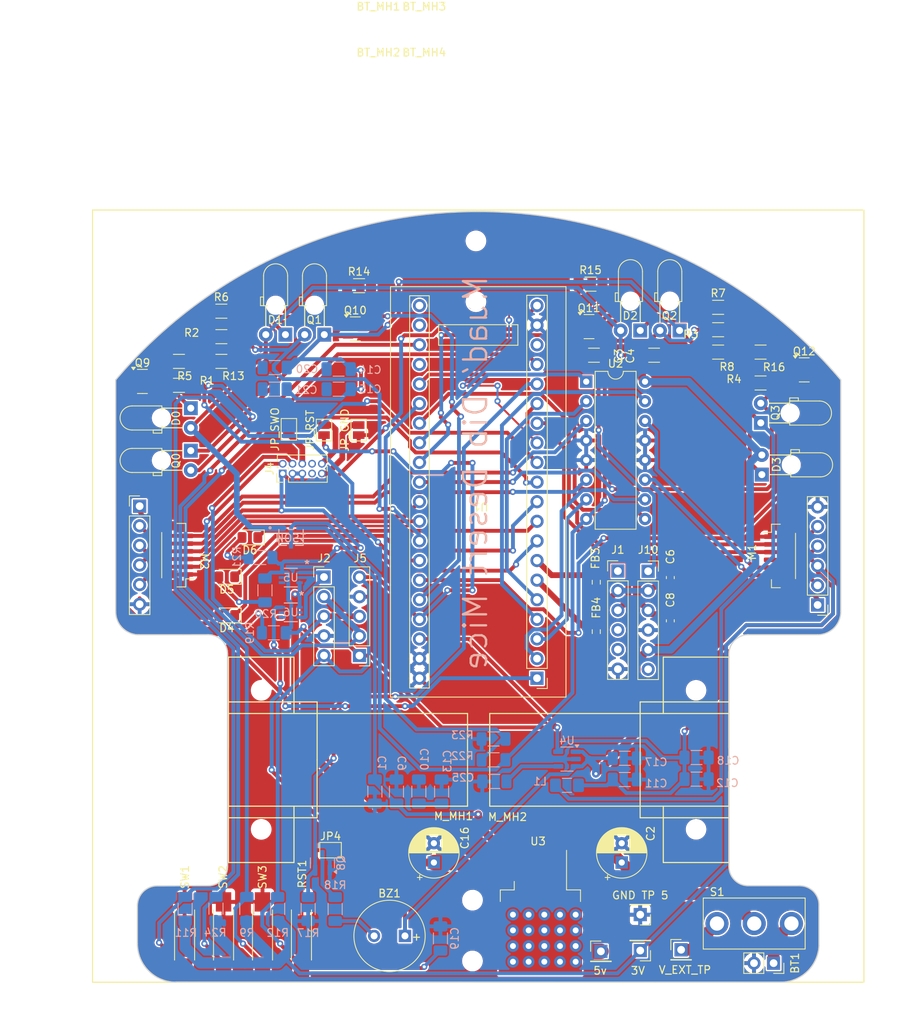
<source format=kicad_pcb>
(kicad_pcb (version 20240108) (generator "pcbnew") (generator_version "8.0")
  (layers (0 "F.Cu" signal) (31 "B.Cu" signal) (34 "B.Paste" user) (35 "F.Paste" user) (36 "B.SilkS" user "B.Silkscreen") (37 "F.SilkS" user "F.Silkscreen") (38 "B.Mask" user) (39 "F.Mask" user) (44 "Edge.Cuts" user))
  (net 0 "")
  (net 1 "Net-(BT1-+)")
  (net 2 "GND")
  (net 3 "+5V")
  (net 4 "Net-(BZ1-+)")
  (net 5 "BATT_NET")
  (net 6 "VCC")
  (net 7 "Net-(J1-Pin_2)")
  (net 8 "Net-(J1-Pin_3)")
  (net 9 "+5V_NET")
  (net 10 "+3V3")
  (net 11 "AGND")
  (net 12 "+3.3VA")
  (net 13 "RST")
  (net 14 "3V3_BYP")
  (net 15 "Net-(D0-K)")
  (net 16 "Net-(D1-K)")
  (net 17 "Net-(D2-K)")
  (net 18 "Net-(D3-K)")
  (net 19 "Net-(D4-A)")
  (net 20 "LED_RED")
  (net 21 "Net-(D5-A)")
  (net 22 "LED_GREEN")
  (net 23 "LED_BLUE")
  (net 24 "Net-(D6-A)")
  (net 25 "USART1_RX")
  (net 26 "USART1_TX")
  (net 30 "SWDIO")
  (net 31 "+3V3_NET")
  (net 32 "SWDCLK")
  (net 33 "Net-(J4-GNDDetect)")
  (net 34 "Net-(J4-SWO{slash}TDO)")
  (net 37 "Net-(J4-~{RESET})")
  (net 39 "BLE_STATE")
  (net 40 "SWO")
  (net 41 "M2_ENC_B")
  (net 42 "M2_OUT_2")
  (net 43 "M2_OUT_1")
  (net 44 "M2_ENC_A")
  (net 45 "M1_ENC_B")
  (net 46 "M1_OUT_1")
  (net 47 "M1_OUT_2")
  (net 48 "M1_ENC_A")
  (net 49 "RECEIV_1")
  (net 50 "RECEIV_2")
  (net 51 "RECEIV_4")
  (net 52 "RECEIV_3")
  (net 53 "Net-(Q8-D)")
  (net 54 "BUZZER")
  (net 55 "EMIT_1")
  (net 56 "Net-(Q9-D)")
  (net 57 "Net-(Q10-D)")
  (net 58 "EMIT_2")
  (net 59 "EMIT_4")
  (net 60 "Net-(Q11-D)")
  (net 61 "Net-(Q12-D)")
  (net 62 "EMIT_3")
  (net 63 "BUTTON_3")
  (net 64 "BUTTON")
  (net 65 "V_METER")
  (net 66 "BUTTON_2")
  (net 67 "Net-(S1-Pad3)")
  (net 68 "M1_SPD")
  (net 69 "M1_BACK")
  (net 70 "M2_FWD")
  (net 71 "M2_BACK")
  (net 74 "M1_FWD")
  (net 77 "M2_SPD")
  (footprint "Package_TO_SOT_SMD:SOT-23" (layer "F.Cu") (at 359.3625 142.6)
    (property "Reference" "Q11")
    (property "Value" "Q_NMOS_GSD" (hide yes))
  )
  (footprint "LED_SMD:LED_0805_2012Metric_Pad1.15x1.40mm_HandSolder" (layer "F.Cu") (at 315.4 169.9 180)
    (property "Reference" "D6")
    (property "Value" "LED")
  )
  (footprint "Capacitor_THT:CP_Radial_D6.3mm_P2.50mm" (layer "F.Cu") (at 363.6 212 90)
    (property "Reference" "C2")
    (property "Value" "100uF")
  )
  (footprint "MM_Library:STM32F103" (layer "F.Cu") (at 345.31 165.43 180)
    (property "Reference" "U1")
    (property "Value" "YAAJ_BluePill_SWD_Breakout")
  )
  (footprint "MM_Library:Emitter" (layer "F.Cu") (at 325.04 143.635 180)
    (property "Reference" "Q1")
    (property "Value" "TEFT4300" (hide yes))
  )
  (footprint "MM_Library:MM Switch" (layer "F.Cu") (at 380.75 225.03)
    (property "Reference" "S1")
    (property "Value" "EG1218")
  )
  (footprint "Resistor_SMD:R_1206_3216Metric_Pad1.30x1.75mm_HandSolder" (layer "F.Cu") (at 306.2 147.1)
    (property "Reference" "R5")
    (property "Value" "35")
  )
  (footprint "Resistor_SMD:R_1206_3216Metric_Pad1.30x1.75mm_HandSolder" (layer "F.Cu") (at 311.7 143.9)
    (property "Reference" "R2")
    (property "Value" "1.8k")
  )
  (footprint "Resistor_SMD:R_1206_3216Metric_Pad1.30x1.75mm_HandSolder" (layer "F.Cu") (at 376.1 140.1)
    (property "Reference" "R7")
    (property "Value" "35")
  )
  (footprint "Resistor_SMD:R_1206_3216Metric_Pad1.30x1.75mm_HandSolder" (layer "F.Cu") (at 376.1 145.9)
    (property "Reference" "R8")
    (property "Value" "35")
  )
  (footprint "MountingHole:MountingHole_2.2mm_M2" (layer "F.Cu") (at 344.7 131.5 -90)
    (property "Reference" "SK1" (hide yes))
    (property "Value" "M2" (hide yes))
  )
  (footprint "Jumper:SolderJumper-2_P1.3mm_Open_Pad1.0x1.5mm" (layer "F.Cu") (at 329.5 156 90)
    (property "Reference" "JP_GND")
    (property "Value" "JP_GND" (hide yes))
  )
  (footprint "Resistor_SMD:R_0603_1608Metric_Pad0.98x0.95mm_HandSolder" (layer "F.Cu") (at 360.3 175.7 -90)
    (property "Reference" "FB3")
    (property "Value" "HZ0603C601R-10" (hide yes))
  )
  (footprint "Connector_PinHeader_2.54mm:PinHeader_1x01_P2.54mm_Vertical" (layer "F.Cu") (at 366 218.75 180)
    (property "Reference" "GND TP 5")
    (property "Value" "GND_TP" (hide yes))
  )
  (footprint "MM_Library:Emitter" (layer "F.Cu") (at 366 143.1 180)
    (property "Reference" "D2")
    (property "Value" "SFH4545" (hide yes))
  )
  (footprint "MM_Library:5V Voltage Reg" (layer "F.Cu") (at 345.026 218.522 -90)
    (property "Reference" "U3")
    (property "Value" "LM1085-5.0" (hide yes))
  )
  (footprint "MountingHole:MountingHole_2.2mm_M2" (layer "F.Cu") (at 344.25 216.876 90)
    (property "Reference" "SK4" (hide yes))
    (property "Value" "M2" (hide yes))
  )
  (footprint "Connector_PinHeader_2.54mm:PinHeader_1x05_P2.54mm_Vertical" (layer "F.Cu") (at 329.6 185.2 180)
    (property "Reference" "J5")
    (property "Value" "SWD Header")
  )
  (footprint "Resistor_SMD:R_1206_3216Metric_Pad1.30x1.75mm_HandSolder" (layer "F.Cu") (at 329.55 137.3)
    (property "Reference" "R14")
    (property "Value" "47k")
  )
  (footprint "Button_Switch_SMD:SW_SPST_REED_CT05-XXXX-G1" (layer "F.Cu") (at 322.08 221.38 90)
    (property "Reference" "RST1")
    (property "Value" "SW" (hide yes))
  )
  (footprint "Package_TO_SOT_SMD:SOT-23" (layer "F.Cu") (at 329.0625 142.9)
    (property "Reference" "Q10")
    (property "Value" "Q_NMOS_GSD" (hide yes))
  )
  (footprint "Capacitor_SMD:C_1206_3216Metric_Pad1.33x1.80mm_HandSolder" (layer "F.Cu") (at 367.8 146.3)
    (property "Reference" "C4")
    (property "Value" "0.1uF")
  )
  (footprint "MM_Library:Emitter" (layer "F.Cu") (at 307.735 158.66 -90)
    (property "Reference" "Q0")
    (property "Value" "TEFT4300" (hide yes))
  )
  (footprint "MM_Library:Emitter" (layer "F.Cu") (at 307.735 153.16 -90)
    (property "Reference" "D0")
    (property "Value" "SFH4545" (hide yes))
  )
  (footprint "Button_Switch_SMD:SW_SPST_REED_CT05-XXXX-G1" (layer "F.Cu") (at 317.03 221.38 90)
    (property "Reference" "SW3")
    (property "Value" "SW" (hide yes))
  )
  (footprint "MountingHole:MountingHole_2.2mm_M2" (layer "F.Cu") (at 338 104.35)
    (property "Reference" "BT_MH3")
    (property "Value" "M2")
  )
  (footprint "MM_Library:Motor_mouse" (layer "F.Cu") (at 346.4875 198.7 180)
    (property "Reference" "M_MH2")
    (property "Value" "M2")
  )
  (footprint "Connector_PinHeader_2.54mm:PinHeader_1x05_P2.54mm_Vertical" (layer "F.Cu") (at 325 175.025)
    (property "Reference" "J2")
    (property "Value" "SWD Header")
  )
  (footprint "Resistor_SMD:R_0603_1608Metric_Pad0.98x0.95mm_HandSolder" (layer "F.Cu") (at 360.3 182.1 -90)
    (property "Reference" "FB4")
    (property "Value" "HZ0603C601R-10" (hide yes))
  )
  (footprint "Connector_PinHeader_2.54mm:PinHeader_1x06_P2.54mm_Vertical" (layer "F.Cu") (at 363.1 174.25)
    (property "Reference" "J1")
    (property "Value" "Serial Debug Header" (hide yes))
  )
  (footprint "Connector_PinSocket_2.54mm:PinSocket_1x06_P2.54mm_Vertical" (layer "F.Cu") (at 367.025 174.275)
    (property "Reference" "J10")
    (property "Value" "Conn_01x06_Female" (hide yes))
  )
  (footprint "Buzzer_Beeper:MagneticBuzzer_PUI_AT-0927-TT-6-R" (layer "F.Cu") (at 335.5 221.5 180)
    (property "Reference" "BZ1")
    (property "Value" "Buzzer")
  )
  (footprint "Resistor_SMD:R_1206_3216Metric_Pad1.30x1.75mm_HandSolder" (layer "F.Cu") (at 376.1 143 180)
    (property "Reference" "R3")
    (property "Value" "1.8k")
  )
  (footprint "LED_SMD:LED_0805_2012Metric_Pad1.15x1.40mm_HandSolder" (layer "F.Cu") (at 312.4 175 180)
    (property "Reference" "D5")
    (property "Value" "LED")
  )
  (footprint "Connector_PinHeader_2.54mm:PinHeader_1x01_P2.54mm_Vertical" (layer "F.Cu") (at 360.9 223.5)
    (property "Reference" "5v")
    (property "Value" "TP_5V" (hide yes))
  )
  (footprint "MM_Library:Motor Headers" (layer "F.Cu") (at 297.8575 172.7966 -90)
    (property "Reference" "M2")
    (property "Value" "M2_Conn_Alt" (hide yes))
  )
  (footprint "LED_SMD:LED_0805_2012Metric_Pad1.15x1.40mm_HandSolder" (layer "F.Cu") (at 312.4 180 180)
    (property "Reference" "D4")
    (property "Value" "LED")
  )
  (footprint "Package_TO_SOT_SMD:SOT-23" (layer "F.Cu") (at 387.2625 148.2)
    (property "Reference" "Q12")
    (property "Value" "Q_NMOS_GSD" (hide yes))
  )
  (footprint "Package_TO_SOT_SMD:SOT-23" (layer "F.Cu") (at 301.4625 149.7)
    (property "Reference" "Q9")
    (property "Value" "Q_NMOS_GSD" (hide yes))
  )
  (footprint "Capacitor_SMD:C_0603_1608Metric_Pad1.08x0.95mm_HandSolder" (layer "F.Cu") (at 369.9 175.1 -90)
    (property "Reference" "C6")
    (property "Value" "22pF" (hide yes))
  )
  (footprint "Jumper:SolderJumper-2_P1.3mm_Open_Pad1.0x1.5mm" (layer "F.Cu") (at 325 156 90)
    (property "Reference" "JP_RST")
    (property "Value" "JP_RST" (hide yes))
  )
  (footprint "Package_DIP:DIP-16_W7.62mm" (layer "F.Cu") (at 359 149.725)
    (property "Reference" "U2")
    (property "Value" "L293D")
  )
  (footprint "Capacitor_THT:CP_Radial_D6.3mm_P2.50mm" (layer "F.Cu") (at 339.25 212 90)
    (property "Reference" "C16")
    (property "Value" "100uF")
  )
  (footprint "Button_Switch_SMD:SW_SPST_REED_CT05-XXXX-G1" (layer "F.Cu") (at 311.98 221.38 90)
    (property "Reference" "SW2")
    (property "Value" "SW" (hide yes))
  )
  (footprint "Resistor_SMD:R_1206_3216Metric_Pad1.30x1.75mm_HandSolder" (layer "F.Cu") (at 311.7 140.6)
    (property "Reference" "R6")
    (property "Value" "35")
  )
  (footprint "Button_Switch_SMD:SW_SPST_REED_CT05-XXXX-G1" (layer "F.Cu") (at 306.93 221.38 90)
    (property "Reference" "SW1")
    (property "Value" "SW" (hide yes))
  )
  (footprint "Connector_PinHeader_2.54mm:PinHeader_1x01_P2.54mm_Vertical" (layer "F.Cu") (at 366 223.4 180)
    (property "Reference" "3V")
    (property "Value" "TP_3V3" (hide yes))
  )
  (footprint "Capacitor_SMD:C_0603_1608Metric_Pad1.08x0.95mm_HandSolder" (layer "F.Cu") (at 369.9 180.7 -90)
    (property "Reference" "C8")
    (property "Value" "22pF" (hide yes))
  )
  (footprint "Resistor_SMD:R_1206_3216Metric_Pad1.30x1.75mm_HandSolder" (layer "F.Cu") (at 306.2 150.2)
    (property "Reference" "R1")
    (property "Value" "1.8k")
  )
  (footprint "Capacitor_SMD:C_1206_3216Metric_Pad1.33x1.80mm_HandSolder" (layer "F.Cu") (at 360 146.3 180)
    (property "Reference" "C3")
    (property "Value" "1uF")
  )
  (footprint "MM_Library:Motor Headers" (layer "F.Cu") (at 392.2425 171.7 90)
    (property "Reference" "M1")
    (property "Value" "M1_Conn_Alt" (hide yes))
  )
  (footprint "Resistor_SMD:R_1206_3216Metric_Pad1.30x1.75mm_HandSolder" (layer "F.Cu") (at 381.6 145.9)
    (property "Reference" "R16")
    (property "Value" "47k")
  )
  (footprint "Connector_PinHeader_1.27mm:PinHeader_2x05_P1.27mm_Vertical" (layer "F.Cu") (at 319.65 161.625 90)
    (property "Reference" "J4")
    (property "Value" "Conn_ARM_JTAG_SWD_10" (hide yes))
  )
  (footprint "Connector_PinSocket_2.54mm:PinSocket_1x02_P2.54mm_Vertical" (layer "F.Cu") (at 383.29 225.03 -90)
    (property "Reference" "BT1")
    (property "Value" "Battery_Cell" (hide yes))
  )
  (footprint "Jumper:SolderJumper-2_P1.3mm_Bridged_Pad1.0x1.5mm" (layer "F.Cu") (at 325.85 210.4)
    (property "Reference" "JP4")
    (property "Value" "Jumper_2_Open" (hide yes))
  )
  (footprint "MountingHole:MountingHole_2.2mm_M2" (layer "F.Cu") (at 344.25 224.75 90)
    (property "Reference" "SK3" (hide yes))
    (property "Value" "M2" (hide yes))
  )
  (footprint "Resistor_SMD:R_1206_3216Metric_Pad1.30x1.75mm_HandSolder" (layer "F.Cu") (at 359.55 137.1)
    (property "Reference" "R15")
    (property "Value" "47k")
  )
  (footprint "Connector_PinHeader_2.54mm:PinHeader_1x01_P2.54mm_Vertical" (layer "F.Cu") (at 371.3 223.3)
    (property "Reference" "V_EXT_TP")
    (property "Value" "V_EXT_TP" (hide yes))
  )
  (footprint "Resistor_SMD:R_1206_3216Metric_Pad1.30x1.75mm_HandSolder" (layer "F.Cu") (at 381.6 149.9)
    (property "Reference" "R4")
    (property "Value" "1.8k")
  )
  (footprint "MM_Library:Emitter" (layer "F.Cu") (at 320 143.635 180)
    (property "Reference" "D1")
    (property "Value" "SFH4545" (hide yes))
  )
  (footprint "MountingHole:MountingHole_2.2mm_M2" (layer "F.Cu") (at 332.05 104.35)
    (property "Reference" "BT_MH1")
    (property "Value" "M2")
  )
  (footprint "MM_Library:Motor_mouse" (layer "F.Cu") (at 343.6125 198.7)
    (property "Reference" "M_MH1")
    (property "Value" "M2")
  )
  (footprint "Jumper:SolderJumper-2_P1.3mm_Open_Pad1.0x1.5mm" (layer "F.Cu") (at 320.45 155.9 90)
    (property "Reference" "JP_SWO")
    (property "Value" "JP_SWO" (hide yes))
  )
  (footprint "MountingHole:MountingHole_2.2mm_M2" (layer "F.Cu") (at 344.7 139.374 -90)
    (property "Reference" "SK2" (hide yes))
    (property "Value" "M2" (hide yes))
  )
  (footprint "MM_Library:Emitter" (layer "F.Cu") (at 381.7675 161.764226 90)
    (property "Reference" "D3")
    (property "Value" "SFH4545" (hide yes))
  )
  (footprint "MountingHole:MountingHole_2.2mm_M2" (layer "F.Cu") (at 338 110.3)
    (property "Reference" "BT_MH4")
    (property "Value" "M2")
  )
  (footprint "MM_Library:Emitter" (layer "F.Cu") (at 371.1 143.1 180)
    (property "Reference" "Q2")
    (property "Value" "TEFT4300" (hide yes))
  )
  (footprint "MountingHole:MountingHole_2.2mm_M2" (layer "F.Cu") (at 332.05 110.3)
    (property "Reference" "BT_MH2")
    (property "Value" "M2")
  )
  (footprint "MM_Library:Emitter" (layer "F.Cu") (at 381.625882 155.0616 90)
    (property "Reference" "Q3")
    (property "Value" "TEFT4300" (hide yes))
  )
  (footprint "Resistor_SMD:R_1206_3216Metric_Pad1.30x1.75mm_HandSolder" (layer "F.Cu") (at 311.7 147.1)
    (property "Reference" "R13")
    (property "Value" "47k")
  )
  (footprint "Capacitor_SMD:C_1206_3216Metric_Pad1.33x1.80mm_HandSolder" (layer "B.Cu") (at 340.25 202.8125 90)
    (property "Reference" "C13")
    (property "Value" "0.1uF")
  )
  (footprint "Capacitor_SMD:C_1206_3216Metric_Pad1.33x1.80mm_HandSolder" (layer "B.Cu") (at 364 198.5)
    (property "Reference" "C17")
    (property "Value" "1uF")
  )
  (footprint "Inductor_SMD:L_1206_3216Metric_Pad1.42x1.75mm_HandSolder" (layer "B.Cu") (at 356.5 202 180)
    (property "Reference" "L1")
    (property "Value" "10uH")
  )
  (footprint "Resistor_SMD:R_1206_3216Metric_Pad1.30x1.75mm_HandSolder" (layer "B.Cu") (at 326.45 218.025 -90)
    (property "Reference" "R18")
    (property "Value" "0")
  )
  (footprint "Resistor_SMD:R_1206_3216Metric_Pad1.30x1.75mm_HandSolder" (layer "B.Cu") (at 316.75 172.5)
    (property "Reference" "R21")
    (property "Value" "75")
  )
  (footprint "Capacitor_SMD:C_1206_3216Metric_Pad1.33x1.80mm_HandSolder" (layer "B.Cu") (at 318.6 147.9 180)
    (property "Reference" "C20")
    (property "Value" "1uF" (hide yes))
  )
  (footprint "Resistor_SMD:R_1206_3216Metric_Pad1.30x1.75mm_HandSolder" (layer "B.Cu") (at 307 218 90)
    (property "Reference" "R11")
    (property "Value" "47K")
  )
  (footprint "Package_TO_SOT_SMD:SOT-23" (layer "B.Cu") (at 324.8 212.04 90)
    (property "Reference" "Q8")
    (property "Value" "Q_NMOS_SGD")
  )
  (footprint "Resistor_SMD:R_1206_3216Metric_Pad1.30x1.75mm_HandSolder" (layer "B.Cu") (at 311 217.975 90)
    (property "Reference" "R24")
    (property "Value" "47K")
  )
  (footprint "Resistor_SMD:R_1206_3216Metric_Pad1.30x1.75mm_HandSolder" (layer "B.Cu") (at 319 218 90)
    (property "Reference" "R12")
    (property "Value" "47K")
  )
  (footprint "custom_foot:DCK6_TEX" (layer "B.Cu") (at 320.7 179.6 180)
    (property "Reference" "U6")
    (property "Value" "LM66100DCKR")
  )
  (footprint "Capacitor_SMD:C_1206_3216Metric_Pad1.33x1.80mm_HandSolder" (layer "B.Cu") (at 326.9 148.1 180)
    (property "Reference" "C14")
    (property "Value" "1uF" (hide yes))
  )
  (footprint "Capacitor_SMD:C_1206_3216Metric_Pad1.33x1.80mm_HandSolder" (layer "B.Cu") (at 340.1 221.825 90)
    (property "Reference" "C19")
    (property "Value" "0.1uF")
  )
  (footprint "Capacitor_SMD:C_1206_3216Metric_Pad1.33x1.80mm_HandSolder" (layer "B.Cu") (at 347.0875 201.5 180)
    (property "Reference" "C25")
    (property "Value" "10nF")
  )
  (footprint "custom_foot:SOT-23F_TOS" (layer "B.Cu") (at 320.7285 169.9)
    (property "Reference" "MOS1")
    (property "Value" "SSM3K335R_LF")
  )
  (footprint "Capacitor_SMD:C_1206_3216Metric_Pad1.33x1.80mm_HandSolder" (layer "B.Cu") (at 331.6 202.8125 90)
    (property "Reference" "C1")
    (property "Value" "0.1uF")
  )
  (footprint "custom_foot:DCK6_TEX" (layer "B.Cu") (at 320.7 175.1 180)
    (property "Reference" "U5")
    (property "Value" "LM66100DCKR")
  )
  (footprint "Package_TO_SOT_SMD:SOT-23-5" (layer "B.Cu") (at 356.5 198.6 180)
    (property "Reference" "U4")
    (property "Value" "APE8865Y5-33-HF-3" (hide yes))
  )
  (footprint "Capacitor_SMD:C_1206_3216Metric_Pad1.33x1.80mm_HandSolder" (layer "B.Cu") (at 318.6 150.7 180)
    (property "Reference" "C21")
    (property "Value" "1uF" (hide yes))
  )
  (footprint "Capacitor_SMD:C_1206_3216Metric_Pad1.33x1.80mm_HandSolder" (layer "B.Cu") (at 373.3 198.4)
    (property "Reference" "C18")
    (property "Value" "1uF")
  )
  (footprint "Resistor_SMD:R_1206_3216Metric_Pad1.30x1.75mm_HandSolder" (layer "B.Cu") (at 315 218 90)
    (property "Reference" "R9")
    (property "Value" "47K")
  )
  (footprint "Capacitor_SMD:C_1206_3216Metric_Pad1.33x1.80mm_HandSolder" (layer "B.Cu") (at 337.3 202.8125 90)
    (property "Reference" "C10")
    (property "Value" "10uF")
  )
  (footprint "Resistor_SMD:R_1206_3216Metric_Pad1.30x1.75mm_HandSolder" (layer "B.Cu") (at 346.9875 196 180)
    (property "Reference" "R23")
    (property "Value" "10K")
  )
  (footprint "Resistor_SMD:R_1206_3216Metric_Pad1.30x1.75mm_HandSolder" (layer "B.Cu") (at 317.35 176.75 90)
    (property "Reference" "R20")
    (property "Value" "75")
  )
  (footprint "Resistor_SMD:R_1206_3216Metric_Pad1.30x1.75mm_HandSolder" (layer "B.Cu") (at 322.95 218.025 90)
    (property "Reference" "R17")
    (property "Value" "47k")
  )
  (footprint "Capacitor_SMD:C_1206_3216Metric_Pad1.33x1.80mm_HandSolder" (layer "B.Cu") (at 364 201.25)
    (property "Reference" "C11")
    (property "Value" "10uF")
  )
  (footprint "Resistor_SMD:R_1206_3216Metric_Pad1.30x1.75mm_HandSolder" (layer "B.Cu") (at 346.9875 198.7 180)
    (property "Reference" "R22")
    (property "Value" "20K")
  )
  (footprint "Capacitor_SMD:C_1206_3216Metric_Pad1.33x1.80mm_HandSolder" (layer "B.Cu") (at 326.9 150.7 180)
    (property "Reference" "C15")
    (property "Value" "1uF" (hide yes))
  )
  (footprint "Capacitor_SMD:C_1206_3216Metric_Pad1.33x1.80mm_HandSolder" (layer "B.Cu") (at 373.3 201.2)
    (property "Reference" "C12")
    (property "Value" "0.1uF")
  )
  (footprint "Resistor_SMD:R_1206_3216Metric_Pad1.30x1.75mm_HandSolder" (layer "B.Cu") (at 318.5 182.25)
    (property "Reference" "R19")
    (property "Value" "750")
  )
  (footprint "Capacitor_SMD:C_1206_3216Metric_Pad1.33x1.80mm_HandSolder" (layer "B.Cu") (at 334.4 202.8125 90)
    (property "Reference" "C9")
    (property "Value" "10uF")
  )
  (gr_rect (start 295 127.5) (end 395 227.5) (stroke (width 0.15)) (fill none) (layer "F.SilkS"))
  (gr_line (start 389.182233 217.507767) (end 389.182233 222.757767) (stroke (width 0.15)) (layer "Edge.Cuts"))
  (gr_arc (start 386.682233 215.007767) (mid 388.45 215.74) (end 389.182233 217.507767) (stroke (width 0.15)) (layer "Edge.Cuts"))
  (gr_arc (start 310 182.5) (mid 311.767767 183.232233) (end 312.5 185) (stroke (width 0.15)) (layer "Edge.Cuts"))
  (gr_line (start 300.811611 217.500448) (end 300.811611 222.500448) (stroke (width 0.15)) (layer "Edge.Cuts"))
  (gr_arc (start 297.998466 149.501815) (mid 344.998812 127.694639) (end 392 149.5) (stroke (width 0.15)) (layer "Edge.Cuts"))
  (gr_line (start 379.92132 182.5) (end 389 182.5) (stroke (width 0.15)) (layer "Edge.Cuts"))
  (gr_line (start 392 179.5) (end 392 149.5) (stroke (width 0.15)) (layer "Edge.Cuts"))
  (gr_arc (start 392 179.5) (mid 391.12132 181.62132) (end 389 182.5) (stroke (width 0.15)) (layer "Edge.Cuts"))
  (gr_line (start 380 215) (end 386.75 215) (stroke (width 0.15)) (layer "Edge.Cuts"))
  (gr_arc (start 377.5 185) (mid 378.232233 183.232233) (end 380 182.5) (stroke (width 0.15)) (layer "Edge.Cuts"))
  (gr_arc (start 300.811611 217.500448) (mid 301.615455 215.72677) (end 303.43 215.02) (stroke (width 0.15)) (layer "Edge.Cuts"))
  (gr_arc (start 389.183707 222.757843) (mid 387.655112 226.105079) (end 384.25 227.499999) (stroke (width 0.15)) (layer "Edge.Cuts"))
  (gr_arc (start 305.811611 227.500448) (mid 302.276067 226.035992) (end 300.811611 222.500448) (stroke (width 0.15)) (layer "Edge.Cuts"))
  (gr_line (start 377.5 185) (end 377.5 212.5) (stroke (width 0.15)) (layer "Edge.Cuts"))
  (gr_arc (start 380 215) (mid 378.232233 214.267767) (end 377.5 212.5) (stroke (width 0.15)) (layer "Edge.Cuts"))
  (gr_line (start 297.99632 179.5) (end 297.998466 149.501815) (stroke (width 0.15)) (layer "Edge.Cuts"))
  (gr_line (start 312.5 212.5) (end 312.5 185) (stroke (width 0.15)) (layer "Edge.Cuts"))
  (gr_arc (start 312.5 212.5) (mid 311.767767 214.267767) (end 310 215) (stroke (width 0.15)) (layer "Edge.Cuts"))
  (gr_line (start 303.43 215.02) (end 310 215) (stroke (width 0.15)) (layer "Edge.Cuts"))
  (gr_arc (start 300.99632 182.50368) (mid 298.875 181.625) (end 297.99632 179.50368) (stroke (width 0.15)) (layer "Edge.Cuts"))
  (gr_line (start 310 182.5) (end 300.99632 182.50368) (stroke (width 0.15)) (layer "Edge.Cuts"))
  (gr_line (start 305.785534 227.474466) (end 384.25 227.5) (stroke (width 0.15)) (layer "Edge.Cuts"))
  (gr_text "Muad' Dib Desert Mice" (at 346.4 135.8 90) (layer "B.SilkS") (effects (font (size 3 3) (thickness 0.3)) (justify left bottom mirror)))
  (segment (start 383.29 225.03) (end 383.29 222.212) (width 1.5) (layer "F.Cu") (net 1))
  (segment (start 383.29 222.212) (end 385.602 219.9) (width 1.5) (layer "F.Cu") (net 1))
  (segment (start 301.1033 177.772918) (end 301.1033 178.55) (width 0.5) (layer "F.Cu") (net 2))
  (segment (start 365.545 185.915) (end 365.545 195.205) (width 1) (layer "F.Cu") (net 3))
  (segment (start 367.025 184.435) (end 365.545 185.915) (width 1) (layer "F.Cu") (net 3))
  (segment (start 335.5 217.39) (end 335.5 221.5) (width 0.5) (layer "F.Cu") (net 3))
  (segment (start 318.22 200.11) (end 335.5 217.39) (width 0.5) (layer "F.Cu") (net 3))
  (segment (start 319.333649 185.083649) (end 319.333649 188.816351) (width 0.5) (layer "F.Cu") (net 3))
  (segment (start 317.46 143.635) (end 317.46 145.975) (width 0.5) (layer "F.Cu") (net 3))
  (segment (start 318.22 200) (end 318.22 200.11) (width 0.5) (layer "F.Cu") (net 3))
  (segment (start 318.5 184.25) (end 319.333649 185.083649) (width 0.5) (layer "F.Cu") (net 3))
  (segment (start 366.2375 146.3) (end 366.2375 149.3425) (width 1) (layer "F.Cu") (net 3))
  (segment (start 366.2375 149.3425) (end 366.62 149.725) (width 1) (layer "F.Cu") (net 3))
  (segment (start 317.46 145.975) (end 307.735 155.7) (width 0.5) (layer "F.Cu") (net 3))
  (segment (start 318.5 183.82) (end 318.5 184.25) (width 0.5) (layer "F.Cu") (net 3))
  (segment (start 363.5 146.3) (end 366.2375 146.3) (width 0.5) (layer "F.Cu") (net 3))
  (segment (start 365.545 195.205) (end 360.25 200.5) (width 1) (layer "F.Cu") (net 3))
  (via (at 319.333649 188.816351) (size 0.8) (drill 0.4) (layers "F.Cu" "B.Cu") (net 3))
  (via (at 318.5 183.82) (size 0.8) (drill 0.4) (layers "F.Cu" "B.Cu") (net 3))
  (via (at 318.22 200) (size 0.8) (drill 0.4) (layers "F.Cu" "B.Cu") (net 3))
  (via (at 363.5 146.3) (size 0.8) (drill 0.4) (layers "F.Cu" "B.Cu") (net 3))
  (via (at 360.25 200.5) (size 0.8) (drill 0.4) (layers "F.Cu" "B.Cu") (net 3))
  (segment (start 372.268274 149.725) (end 381.7675 159.224226) (width 1) (layer "B.Cu") (net 3))
  (segment (start 358.45 199.55) (end 359.350001 198.649999) (width 0.5) (layer "B.Cu") (net 3))
  (segment (start 359.350001 198.5) (end 362.4375 198.5) (width 0.5) (layer "B.Cu") (net 3))
  (segment (start 359.350001 198.649999) (end 359.350001 198.5) (width 0.5) (layer "B.Cu") (net 3))
  (segment (start 381.7675 159.224226) (end 381.2475 159.224226) (width 1) (layer "B.Cu") (net 3))
  (segment (start 313.695 163.105) (end 313.7 163.1) (width 0.75) (layer "B.Cu") (net 3))
  (segment (start 356.6125 200.575) (end 357.6375 199.55) (width 0.5) (layer "B.Cu") (net 3))
  (segment (start 363.46 143.1) (end 357.91 137.55) (width 0.5) (layer "B.Cu") (net 3))
  (segment (start 313.7 163.1) (end 313.7 161.665) (width 0.75) (layer "B.Cu") (net 3))
  (segment (start 335.5 219.35631) (end 354.28131 200.575) (width 0.5) (layer "B.Cu") (net 3))
  (segment (start 380.93 173.47) (end 369.965 184.435) (width 1) (layer "B.Cu") (net 3))
  (segment (start 381.2475 159.224226) (end 380.2375 160.234226) (width 1) (layer "B.Cu") (net 3))
  (segment (start 318.850099 178.950001) (end 318.5 179.3001) (width 0.5) (layer "B.Cu") (net 3))
  (segment (start 318.22 200) (end 318.22 191.074045) (width 0.5) (layer "B.Cu") (net 3))
  (segment (start 357.91 137.55) (end 323.545 137.55) (width 0.5) (layer "B.Cu") (net 3))
  (segment (start 360.25 199.549998) (end 359.350001 198.649999) (width 1) (layer "B.Cu") (net 3))
  (segment (start 358.45 199.55) (end 357.6375 199.55) (width 0.5) (layer "B.Cu") (net 3))
  (segment (start 366.62 149.725) (end 372.268274 149.725) (width 1) (layer "B.Cu") (net 3))
  (segment (start 380.2375 171.78086) (end 380.93 172.47336) (width 1) (layer "B.Cu") (net 3))
  (segment (start 363.46 146.26) (end 363.46 143.1) (width 0.5) (layer "B.Cu") (net 3))
  (segment (start 369.965 184.435) (end 367.025 184.435) (width 1) (layer "B.Cu") (net 3))
  (segment (start 335.5 221.5) (end 335.5 219.35631) (width 0.5) (layer "B.Cu") (net 3))
  (segment (start 313.695 166.774864) (end 313.695 163.105) (width 0.75) (layer "B.Cu") (net 3))
  (segment (start 363.5 146.3) (end 363.46 146.26) (width 0.5) (layer "B.Cu") (net 3))
  (segment (start 319.56335 178.950001) (end 318.850099 178.950001) (width 0.5) (layer "B.Cu") (net 3))
  (segment (start 354.28131 200.575) (end 356.6125 200.575) (width 0.5) (layer "B.Cu") (net 3))
  (segment (start 323.545 137.55) (end 317.46 143.635) (width 0.5) (layer "B.Cu") (net 3))
  (segment (start 315.626336 168.7062) (end 313.695 166.774864) (width 0.75) (layer "B.Cu") (net 3))
  (segment (start 358.500001 197.65) (end 359.350001 198.5) (width 0.5) (layer "B.Cu") (net 3))
  (segment (start 319.778499 168.7062) (end 315.626336 168.7062) (width 0.75) (layer "B.Cu") (net 3))
  (segment (start 357.6375 197.65) (end 358.500001 197.65) (width 0.5) (layer "B.Cu") (net 3))
  (segment (start 380.2375 160.234226) (end 380.2375 171.78086) (width 1) (layer "B.Cu") (net 3))
  (segment (start 360.25 200.5) (end 360.25 199.549998) (width 1) (layer "B.Cu") (net 3))
  (segment (start 380.93 172.47336) (end 380.93 173.47) (width 1) (layer "B.Cu") (net 3))
  (segment (start 319.333649 189.960396) (end 319.333649 188.816351) (width 0.5) (layer "B.Cu") (net 3))
  (segment (start 318.5 179.3001) (end 318.5 183.82) (width 0.5) (layer "B.Cu") (net 3))
  (segment (start 313.7 161.665) (end 307.735 155.7) (width 0.75) (layer "B.Cu") (net 3))
  (segment (start 318.22 191.074045) (end 319.333649 189.960396) (width 0.5) (layer "B.Cu") (net 3))
  (segment (start 329.575 219.575) (end 331.5 221.5) (width 0.5) (layer "B.Cu") (net 4))
  (segment (start 326.45 219.575) (end 329.575 219.575) (width 0.5) (layer "B.Cu") (net 4))
  (segment (start 380.776 219.9) (end 376.976 216.1) (width 1.5) (layer "F.Cu") (net 5))
  (segment (start 361.141 209.541) (end 351.626 209.541) (width 1.5) (layer "F.Cu") (net 5))
  (segment (start 345 207.205) (end 350.516 212.721) (width 1) (layer "F.Cu") (net 5))
  (segment (start 367.7 216.1) (end 363.6 212) (width 1.5) (layer "F.Cu") (net 5))
  (segment (start 351.626 209.541) (end 350.516 210.651) (width 1.5) (layer "F.Cu") (net 5))
  (segment (start 376.976 216.1) (end 367.7 216.1) (width 1.5) (layer "F.Cu") (net 5))
  (segment (start 363.6 212) (end 361.141 209.541) (width 1.5) (layer "F.Cu") (net 5))
  (segment (start 350.516 210.651) (end 350.516 212.721) (width 1.5) (layer "F.Cu") (net 5))
  (segment (start 345 205.75) (end 345 207.205) (width 1) (layer "F.Cu") (net 5))
  (via (at 345 205.75) (size 0.8) (drill 0.4) (layers "F.Cu" "B.Cu") (net 5))
  (segment (start 334.4 204.375) (end 335.775 205.75) (width 0.5) (layer "B.Cu") (net 5))
  (segment (start 331.6 175.1) (end 325.2062 168.7062) (width 0.5) (layer "B.Cu") (net 5))
  (segment (start 331.6 201.25) (end 331.6 201.575) (width 0.5) (layer "B.Cu") (net 5))
  (segment (start 331.6 201.575) (end 334.4 204.375) (width 0.5) (layer "B.Cu") (net 5))
  (segment (start 335.775 205.75) (end 345 205.75) (width 0.5) (layer "B.Cu") (net 5))
  (segment (start 331.6 201.25) (end 331.6 175.1) (width 0.5) (layer "B.Cu") (net 5))
  (segment (start 334.4 204.375) (end 334.4 204.05) (width 0.5) (layer "B.Cu") (net 5))
  (segment (start 325.2062 168.7062) (end 321.678501 168.7062) (width 0.5) (layer "B.Cu") (net 5))
  (segment (start 361.4 146.4625) (end 361.4 165.1) (width 0.5) (layer "F.Cu") (net 6))
  (segment (start 361.5625 146.3) (end 361.4 146.4625) (width 0.5) (layer "F.Cu") (net 6))
  (via (at 361.4 165.1) (size 0.8) (drill 0.4) (layers "F.Cu" "B.Cu") (net 6))
  (segment (start 361.4 165.1) (end 361.4 165.105) (width 0.5) (layer "B.Cu") (net 6))
  (segment (start 359 167.505) (end 357.22 169.285) (width 0.5) (layer "B.Cu") (net 6))
  (segment (start 347.2825 199.955) (end 337.555 199.955) (width 0.5) (layer "B.Cu") (net 6))
  (segment (start 357.22 190.0175) (end 348.5375 198.7) (width 0.5) (layer "B.Cu") (net 6))
  (segment (start 361.4 165.105) (end 359 167.505) (width 0.5) (layer "B.Cu") (net 6))
  (segment (start 321.24477 168.0722) (end 325.463155 168.0722) (width 0.5) (layer "B.Cu") (net 6))
  (segment (start 325.463155 168.0722) (end 332.23 174.839045) (width 0.5) (layer "B.Cu") (net 6))
  (segment (start 348.5375 198.7) (end 347.2825 199.955) (width 0.5) (layer "B.Cu") (net 6))
  (segment (start 337.555 199.955) (end 332.23 194.63) (width 0.5) (layer "B.Cu") (net 6))
  (segment (start 357.22 169.285) (end 357.22 190.0175) (width 0.5) (layer "B.Cu") (net 6))
  (segment (start 320.7285 168.58847) (end 321.24477 168.0722) (width 0.5) (layer "B.Cu") (net 6))
  (segment (start 332.23 174.839045) (end 332.23 194.63) (width 0.5) (layer "B.Cu") (net 6))
  (segment (start 320.7285 171.0938) (end 320.7285 168.58847) (width 0.5) (layer "B.Cu") (net 6))
  (segment (start 363.1 176.79) (end 360.3 179.59) (width 0.75) (layer "F.Cu") (net 7))
  (segment (start 367.025 176.815) (end 367.3225 176.815) (width 0.75) (layer "F.Cu") (net 7))
  (segment (start 360.3 179.59) (end 360.3 181.1875) (width 0.75) (layer "F.Cu") (net 7))
  (segment (start 367.3225 176.815) (end 369.9 174.2375) (width 0.75) (layer "F.Cu") (net 7))
  (segment (start 367 176.79) (end 367.025 176.815) (width 0.75) (layer "B.Cu") (net 7))
  (segment (start 363.1 176.79) (end 367 176.79) (width 0.75) (layer "B.Cu") (net 7))
  (segment (start 361.745 175.1675) (end 361.745 172.895) (width 0.75) (layer "F.Cu") (net 8))
  (segment (start 364.455 177.975) (end 365.645 177.975) (width 0.75) (layer "F.Cu") (net 8))
  (segment (start 361.745 172.895) (end 364.455 172.895) (width 0.75) (layer "F.Cu") (net 8))
  (segment (start 365.645 177.975) (end 367.025 179.355) (width 0.75) (layer "F.Cu") (net 8))
  (segment (start 360.3 176.6125) (end 361.745 175.1675) (width 0.75) (layer "F.Cu") (net 8))
  (segment (start 367.5075 179.8375) (end 367.025 179.355) (width 0.75) (layer "F.Cu") (net 8))
  (segment (start 369.9 179.8375) (end 367.5075 179.8375) (width 0.75) (layer "F.Cu") (net 8))
  (segment (start 364.455 172.895) (end 364.455 177.975) (width 0.75) (layer "F.Cu") (net 8))
  (segment (start 364.455 177.975) (end 363.1 179.33) (width 0.75) (layer "F.Cu") (net 8))
  (segment (start 363.125 179.355) (end 363.1 179.33) (width 0.5) (layer "B.Cu") (net 8))
  (segment (start 360.9 223.5) (end 358.314 223.5) (width 2) (layer "F.Cu") (net 9))
  (segment (start 339.25 212) (end 342.75 212) (width 2) (layer "F.Cu") (net 9))
  (segment (start 358.314 223.5) (end 357.628 222.814) (width 2) (layer "F.Cu") (net 9))
  (segment (start 353.056 212.721) (end 353.056 221.871) (width 2) (layer "F.Cu") (net 9))
  (segment (start 321.25 177.25) (end 321.25 195.8) (width 1) (layer "F.Cu") (net 9))
  (segment (start 337.45 212) (end 339.25 212) (width 1) (layer "F.Cu") (net 9))
  (segment (start 321.25 195.8) (end 337.45 212) (width 1) (layer "F.Cu") (net 9))
  (segment (start 342.75 212) (end 351.532 220.782) (width 2) (layer "F.Cu") (net 9))
  (via (at 321.25 177.25) (size 0.8) (drill 0.4) (layers "F.Cu" "B.Cu") (net 9))
  (segment (start 321.83665 177.25) (end 321.25 177.25) (width 0.5) (layer "B.Cu") (net 9))
  (segment (start 321.83665 175.749999) (end 321.83665 177.25) (width 0.5) (layer "B.Cu") (net 9))
  (segment (start 321.83665 177.25) (end 321.83665 178.950001) (width 0.5) (layer "B.Cu") (net 9))
  (segment (start 340.25 204.375) (end 337.3 204.375) (width 0.5) (layer "B.Cu") (net 9))
  (segment (start 326.245 162.505) (end 320.53 162.505) (width 0.5) (layer "F.Cu") (net 10))
  (segment (start 349.57 142.92) (end 339.876913 142.92) (width 0.5) (layer "F.Cu") (net 10))
  (segment (start 309.120209 171.7) (end 312.960105 167.860104) (width 0.5) (layer "F.Cu") (net 10))
  (segment (start 320.53 162.505) (end 319.65 161.625) (width 0.5) (layer "F.Cu") (net 10))
  (segment (start 379.751561 181.25) (end 376 185.001561) (width 0.5) (layer "F.Cu") (net 10))
  (segment (start 322.35 181.45) (end 322.35 181.734483) (width 0.5) (layer "F.Cu") (net 10))
  (segment (start 314.420208 166.4) (end 314.6 166.4) (width 0.5) (layer "F.Cu") (net 10))
  (segment (start 389.5 181.25) (end 379.751561 181.25) (width 0.5) (layer "F.Cu") (net 10))
  (segment (start 376 190.75) (end 371.75 195) (width 0.5) (layer "F.Cu") (net 10))
  (segment (start 388.9967 173.5666) (end 388.9967 174.367117) (width 0.5) (layer "F.Cu") (net 10))
  (segment (start 308.8966 171.6966) (end 308.9 171.7) (width 0.5) (layer "F.Cu") (net 10))
  (segment (start 339.876913 142.92) (end 339.076913 143.72) (width 0.5) (layer "F.Cu") (net 10))
  (segment (start 312.960105 167.860104) (end 313.260105 167.560103) (width 0.5) (layer "F.Cu") (net 10))
  (segment (start 301.1033 170.93) (end 301.8699 171.6966) (width 0.5) (layer "F.Cu") (net 10))
  (segment (start 322.35 181.734483) (end 324.570517 183.955) (width 0.5) (layer "F.Cu") (net 10))
  (segment (start 388.2301 172.8) (end 382.7975 172.8) (width 0.5) (layer "F.Cu") (net 10))
  (segment (start 376 185.001561) (end 376 190.75) (width 0.5) (layer "F.Cu") (net 10))
  (segment (start 313.260105 167.560103) (end 314.420208 166.4) (width 0.5) (layer "F.Cu") (net 10))
  (segment (start 388.9967 173.5666) (end 388.2301 172.8) (width 0.5) (layer "F.Cu") (net 10))
  (segment (start 339.076913 143.72) (end 335.45 143.72) (width 0.5) (layer "F.Cu") (net 10))
  (segment (start 301.8699 171.6966) (end 307.3025 171.6966) (width 0.5) (layer "F.Cu") (net 10))
  (segment (start 333 155.75) (end 326.245 162.505) (width 0.5) (layer "F.Cu") (net 10))
  (segment (start 329.6 185.2) (end 330.95 185.2) (width 0.5) (layer "F.Cu") (net 10))
  (segment (start 314.6 166.4) (end 319.5 166.4) (width 0.5) (layer "F.Cu") (net 10))
  (segment (start 391 176.370417) (end 391 179.75) (width 0.5) (layer "F.Cu") (net 10))
  (segment (start 388.9967 174.367117) (end 391 176.370417) (width 0.5) (layer "F.Cu") (net 10))
  (segment (start 340.25 194.5) (end 355.25 194.5) (width 0.5) (layer "F.Cu") (net 10))
  (segment (start 307.3025 171.6966) (end 308.8966 171.6966) (width 0.5) (layer "F.Cu") (net 10))
  (segment (start 324.570517 183.955) (end 328.355 183.955) (width 0.5) (layer "F.Cu") (net 10))
  (segment (start 343.8 183.05) (end 355.25 194.5) (width 0.5) (layer "F.Cu") (net 10))
  (segment (start 308.9 171.7) (end 309.120209 171.7) (width 0.5) (layer "F.Cu") (net 10))
  (segment (start 330.95 185.2) (end 340.25 194.5) (width 0.5) (layer "F.Cu") (net 10))
  (segment (start 328.355 183.955) (end 329.6 185.2) (width 0.5) (layer "F.Cu") (net 10))
  (segment (start 335.45 143.72) (end 335 144.17) (width 0.5) (layer "F.Cu") (net 10))
  (segment (start 391 179.75) (end 389.5 181.25) (width 0.5) (layer "F.Cu") (net 10))
  (segment (start 326.75 171.25) (end 326.698456 171.301544) (width 0.5) (layer "F.Cu") (net 10))
  (segment (start 329.75 171.25) (end 326.75 171.25) (width 0.5) (layer "F.Cu") (net 10))
  (segment (start 337.38 183.05) (end 343.8 183.05) (width 0.5) (layer "F.Cu") (net 10))
  (segment (start 352.62 139.87) (end 349.57 142.92) (width 0.5) (layer "F.Cu") (net 10))
  (via (at 371.75 195) (size 0.8) (drill 0.4) (layers "F.Cu" "B.Cu") (net 10))
  (via (at 326.698456 171.301544) (size 0.8) (drill 0.4) (layers "F.Cu" "B.Cu") (net 10))
  (via (at 329.75 171.25) (size 0.8) (drill 0.4) (layers "F.Cu" "B.Cu") (net 10))
  (via (at 355.25 194.5) (size 0.8) (drill 0.4) (layers "F.Cu" "B.Cu") (net 10))
  (via (at 333 155.75) (size 0.8) (drill 0.4) (layers "F.Cu" "B.Cu") (net 10))
  (via (at 319.5 166.4) (size 0.8) (drill 0.4) (layers "F.Cu" "B.Cu") (net 10))
  (via (at 322.35 181.45) (size 0.8) (drill 0.4) (layers "F.Cu" "B.Cu") (net 10))
  (via (at 335 144.17) (size 0.8) (drill 0.4) (layers "F.Cu" "B.Cu") (net 10))
  (segment (start 391 179.8) (end 391 175.5699) (width 0.5) (layer "B.Cu") (net 10))
  (segment (start 391 175.5699) (end 388.9967 173.5666) (width 0.5) (layer "B.Cu") (net 10))
  (segment (start 315 219.55) (end 315 221) (width 1.5) (layer "B.Cu") (net 10))
  (segment (start 320.75 178.4) (end 320.75 181.55) (width 0.5) (layer "B.Cu") (net 10))
  (segment (start 314.75 225) (end 319 225) (width 1.5) (layer "B.Cu") (net 10))
  (segment (start 319.56335 173.28665) (end 319.85 173) (width 0.5) (layer "B.Cu") (net 10))
  (segment (start 317.35 175.2) (end 318.099999 174.450001) (width 0.5) (layer "B.Cu") (net 10))
  (segment (start 321.85 226.35) (end 319.75 224.25) (width 0.5) (layer "B.Cu") (net 10))
  (segment (start 320.75 181.55) (end 320.05 182.25) (width 0.5) (layer "B.Cu") (net 10))
  (segment (start 325 173) (end 319.85 173) (width 0.5) (layer "B.Cu") (net 10))
  (segment (start 371.75 198.3875) (end 371.7375 198.4) (width 0.5) (layer "B.Cu") (net 10))
  (segment (start 307 223) (end 309 225) (width 1.5) (layer "B.Cu") (net 10))
  (segment (start 320.05 182.25) (end 321.55 182.25) (width 0.5) (layer "B.Cu") (net 10))
  (segment (start 389.55 181.25) (end 391 179.8) (width 0.5) (layer "B.Cu") (net 10))
  (segment (start 361.6875 202) (end 362.4375 201.25) (width 0.5) (layer "B.Cu") (net 10))
  (segment (start 320.276601 174.450001) (end 320.3688 174.5422) (width 0.5) (layer "B.Cu") (net 10))
  (segment (start 312.05 220.1) (end 312.05 219.575) (width 0.5) (layer "B.Cu") (net 10))
  (segment (start 369.9375 203) (end 371.7375 201.2) (width 0.5) (layer "B.Cu") (net 10))
  (segment (start 355.25 197.5375) (end 355.3625 197.65) (width 0.5) (layer "B.Cu") (net 10))
  (segment (start 371.7375 201.2) (end 371.7375 198.4) (width 0.5) (layer "B.Cu") (net 10))
  (segment (start 311 221.25) (end 314.75 225) (width 1.5) (layer "B.Cu") (net 10))
  (segment (start 363.05 226.35) (end 321.85 226.35) (width 0.5) (layer "B.Cu") (net 10))
  (segment (start 320.605 221.155) (end 319 219.55) (width 1.5) (layer "B.Cu") (net 10))
  (segment (start 321.55 182.25) (end 322.35 181.45) (width 0.5) (layer "B.Cu") (net 10))
  (segment (start 366 223.4) (end 363.05 226.35) (width 0.5) (layer "B.Cu") (net 10))
  (segment (start 335 153.75) (end 333 155.75) (width 0.5) (layer "B.Cu") (net 10))
  (segment (start 318.099999 174.450001) (end 319.56335 174.450001) (width 0.5) (layer "B.Cu") (net 10))
  (segment (start 355.3625 197.65) (end 356.7625 196.25) (width 0.5) (layer "B.Cu") (net 10))
  (segment (start 335 144.17) (end 335 153.75) (width 0.5) (layer "B.Cu") (net 10))
  (segment (start 311 219.525) (end 311 221.25) (width 1.5) (layer "B.Cu") (net 10))
  (segment (start 326.698456 171.301544) (end 325 173) (width 0.5) (layer "B.Cu") (net 10))
  (segment (start 366.75 196.25) (end 368.9 198.4) (width 0.5) (layer "B.Cu") (net 10))
  (segment (start 320.3688 178.0188) (end 320.75 178.4) (width 0.5) (layer "B.Cu") (net 10))
  (segment (start 320.605 223.395) (end 320.605 221.155) (width 1.5) (layer "B.Cu") (net 10))
  (segment (start 319.5 166.4) (end 324.9 166.4) (width 0.5) (layer "B.Cu") (net 10))
  (segment (start 319.5 161.775) (end 319.65 161.625) (width 0.5) (layer "B.Cu") (net 10))
  (segment (start 377.13 212.27) (end 377.13 183.871561) (width 0.5) (layer "B.Cu") (net 10))
  (segment (start 309 225) (end 314.75 225) (width 1.5) (layer "B.Cu") (net 10))
  (segment (start 379.751561 181.25) (end 389.55 181.25) (width 0.5) (layer "B.Cu") (net 10))
  (segment (start 320.3688 174.5422) (end 320.3688 178.0188) (width 0.5) (layer "B.Cu") (net 10))
  (segment (start 315 221) (end 319 225) (width 1.5) (layer "B.Cu") (net 10))
  (segment (start 366 223.4) (end 377.13 212.27) (width 0.5) (layer "B.Cu") (net 10))
  (segment (start 362.4375 201.25) (end 364.1875 203) (width 0.5) (layer "B.Cu") (net 10))
  (segment (start 368.9 198.4) (end 371.7375 198.4) (width 0.5) (layer "B.Cu") (net 10))
  (segment (start 319 225) (end 319.75 224.25) (width 1.5) (layer "B.Cu") (net 10))
  (segment (start 371.75 195) (end 371.75 198.3875) (width 0.5) (layer "B.Cu") (net 10))
  (segment (start 356.7625 196.25) (end 366.75 196.25) (width 0.5) (layer "B.Cu") (net 10))
  (segment (start 319.08665 173.28665) (end 318.3 172.5) (width 0.5) (layer "B.Cu") (net 10))
  (segment (start 324.9 166.4) (end 329.75 171.25) (width 0.5) (layer "B.Cu") (net 10))
  (segment (start 307 219.55) (end 307 223) (width 1.5) (layer "B.Cu") (net 10))
  (segment (start 319.56335 174.450001) (end 320.276601 174.450001) (width 0.5) (layer "B.Cu") (net 10))
  (segment (start 319.56335 173.28665) (end 319.08665 173.28665) (width 0.5) (layer "B.Cu") (net 10))
  (segment (start 377.13 183.871561) (end 379.751561 181.25) (width 0.5) (layer "B.Cu") (net 10))
  (segment (start 364.1875 203) (end 369.9375 203) (width 0.5) (layer "B.Cu") (net 10))
  (segment (start 319.56335 174.450001) (end 319.56335 173.28665) (width 0.5) (layer "B.Cu") (net 10))
  (segment (start 355.25 194.5) (end 355.25 197.5375) (width 0.5) (layer "B.Cu") (net 10))
  (segment (start 319.5 166.4) (end 319.5 161.775) (width 0.5) (layer "B.Cu") (net 10))
  (segment (start 319.75 224.25) (end 320.605 223.395) (width 1.5) (layer "B.Cu") (net 10))
  (segment (start 357.9875 202) (end 361.6875 202) (width 0.5) (layer "B.Cu") (net 10))
  (segment (start 376.62 150.055718) (end 381.625882 155.0616) (width 0.5) (layer "F.Cu") (net 12))
  (segment (start 375.217882 144.645) (end 376.62 146.047118) (width 0.5) (layer "F.Cu") (net 12))
  (segment (start 334.7 140.95) (end 334.7 136.77) (width 0.5) (layer "F.Cu") (net 12))
  (segment (start 329.8 148.3) (end 329.8 150.7) (width 0.5) (layer "F.Cu") (net 12))
  (segment (start 376.62 146.047118) (end 376.62 150.055718) (width 0.5) (layer "F.Cu") (net 12))
  (segment (start 372.645 144.645) (end 375.217882 144.645) (width 0.5) (layer "F.Cu") (net 12))
  (segment (start 310.015 158.66) (end 325.04 143.635) (width 0.5) (layer "F.Cu") (net 12))
  (segment (start 371.1 143.1) (end 372.645 144.645) (width 0.5) (layer "F.Cu") (net 12))
  (segment (start 307.735 158.66) (end 310.015 158.66) (width 0.5) (layer "F.Cu") (net 12))
  (segment (start 333.2625 142.3875) (end 334.7 140.95) (width 0.5) (layer "F.Cu") (net 12))
  (segment (start 329.75 148.25) (end 329.8 148.3) (width 0.5) (layer "F.Cu") (net 12))
  (via (at 333.2625 142.3875) (size 0.8) (drill 0.4) (layers "F.Cu" "B.Cu") (net 12))
  (via (at 329.8 150.7) (size 0.8) (drill 0.4) (layers "F.Cu" "B.Cu") (net 12))
  (via (at 334.7 136.77) (size 0.8) (drill 0.4) (layers "F.Cu" "B.Cu") (net 12))
  (via (at 329.75 148.25) (size 0.8) (drill 0.4) (layers "F.Cu" "B.Cu") (net 12))
  (segment (start 321.2425 146.82) (end 320.1625 147.9) (width 0.5) (layer "B.Cu") (net 12))
  (segment (start 328.4625 150.7) (end 327.1825 151.98) (width 0.5) (layer "B.Cu") (net 12))
  (segment (start 334.73 136.8) (end 334.7 136.77) (width 0.5) (layer "B.Cu") (net 12))
  (segment (start 327.1825 146.82) (end 321.2425 146.82) (width 0.5) (layer "B.Cu") (net 12))
  (segment (start 329.75 148.25) (end 328.6125 148.25) (width 0.5) (layer "B.Cu") (net 12))
  (segment (start 325.04 143.635) (end 332.015 143.635) (width 0.5) (layer "B.Cu") (net 12))
  (segment (start 364.8 136.8) (end 356.8 136.8) (width 0.5) (layer "B.Cu") (net 12))
  (segment (start 376.5 179.144508) (end 383.25 172.394508) (width 0.5) (layer "B.Cu") (net 12))
  (segment (start 355.0125 202) (end 356.7625 203.75) (width 0.5) (layer "B.Cu") (net 12))
  (segment (start 329.8 150.7) (end 328.4625 150.7) (width 0.5) (layer "B.Cu") (net 12))
  (segment (start 356.8 136.8) (end 334.73 136.8) (width 0.5) (layer "B.Cu") (net 12))
  (segment (start 321.4425 151.98) (end 320.1625 150.7) (width 0.5) (layer "B.Cu") (net 12))
  (segment (start 320.1625 147.9) (end 320.775 147.9) (width 0.5) (layer "B.Cu") (net 12))
  (segment (start 320.775 147.9) (end 325.04 143.635) (width 0.5) (layer "B.Cu") (net 12))
  (segment (start 383.25 172.394508) (end 383.25 156.685718) (width 0.5) (layer "B.Cu") (net 12))
  (segment (start 328.6125 148.25) (end 328.4625 148.1) (width 0.5) (layer "B.Cu") (net 12))
  (segment (start 376.5 202.75) (end 376.5 179.144508) (width 0.5) (layer "B.Cu") (net 12))
  (segment (start 332.015 143.635) (end 333.2625 142.3875) (width 0.5) (layer "B.Cu") (net 12))
  (segment (start 356.7625 203.75) (end 375.5 203.75) (width 0.5) (layer "B.Cu") (net 12))
  (segment (start 375.5 203.75) (end 376.5 202.75) (width 0.5) (layer "B.Cu") (net 12))
  (segment (start 383.25 156.685718) (end 381.625882 155.0616) (width 0.5) (layer "B.Cu") (net 12))
  (segment (start 328.4625 148.1) (end 327.1825 146.82) (width 0.5) (layer "B.Cu") (net 12))
  (segment (start 327.1825 151.98) (end 321.4425 151.98) (width 0.5) (layer "B.Cu") (net 12))
  (segment (start 371.1 143.1) (end 364.8 136.8) (width 0.5) (layer "B.Cu") (net 12))
  (segment (start 337.84 225.66) (end 338 225.5) (width 0.5) (layer "F.Cu") (net 13))
  (segment (start 322.08 225.33) (end 322.08 225.66) (width 0.5) (layer "F.Cu") (net 13))
  (segment (start 341 176.75) (end 344.25 176.75) (width 0.5) (layer "F.Cu") (net 13))
  (segment (start 344.25 160.25) (end 341.5 160.25) (width 0.5) (layer "F.Cu") (net 13))
  (segment (start 319.325 222.575) (end 322.08 225.33) (width 0.5) (layer "F.Cu") (net 13))
  (segment (start 329.6 175.04) (end 331.91 175.04) (width 0.5) (layer "F.Cu") (net 13))
  (segment (start 331.91 175.04) (end 337.38 180.51) (width 0.5) (layer "F.Cu") (net 13))
  (segment (start 325 158) (end 325.25 158.25) (width 0.5) (layer "F.Cu") (net 13))
  (segment (start 334 158.75) (end 331.25 158.75) (width 0.5) (layer "F.Cu") (net 13))
  (segment (start 325 156.65) (end 325 158) (width 0.5) (layer "F.Cu") (net 13))
  (segment (start 319.325 222.5) (end 319.325 222.575) (width 0.5) (layer "F.Cu") (net 13))
  (segment (start 322.08 225.66) (end 337.84 225.66) (width 0.5) (layer "F.Cu") (net 13))
  (via (at 344.25 160.25) (size 0.8) (drill 0.4) (layers "F.Cu" "B.Cu") (net 13))
  (via (at 334 158.75) (size 0.8) (drill 0.4) (layers "F.Cu" "B.Cu") (net 13))
  (via (at 331.25 158.75) (size 0.8) (drill 0.4) (layers "F.Cu" "B.Cu") (net 13))
  (via (at 325.25 158.25) (size 0.8) (drill 0.4) (layers "F.Cu" "B.Cu") (net 13))
  (via (at 319.325 222.5) (size 0.8) (drill 0.4) (layers "F.Cu" "B.Cu") (net 13))
  (via (at 341.5 160.25) (size 0.8) (drill 0.4) (layers "F.Cu" "B.Cu") (net 13))
  (via (at 344.25 176.75) (size 0.8) (drill 0.4) (layers "F.Cu" "B.Cu") (net 13))
  (via (at 338 225.5) (size 0.8) (drill 0.4) (layers "F.Cu" "B.Cu") (net 13))
  (via (at 341 176.75) (size 0.8) (drill 0.4) (layers "F.Cu" "B.Cu") (net 13))
  (segment (start 337.38 180.51) (end 341 176.89) (width 0.5) (layer "B.Cu") (net 13))
  (segment (start 319 191.185) (end 325 185.185) (width 0.5) (layer "B.Cu") (net 13))
  (segment (start 319 216.45) (end 317 218.45) (width 0.5) (layer "B.Cu") (net 13))
  (segment (start 325.75 158.75) (end 325.25 158.25) (width 0.5) (layer "B.Cu") (net 13))
  (segment (start 331.25 158.75) (end 325.75 158.75) (width 0.5) (layer "B.Cu") (net 13))
  (segment (start 330.83 186.27) (end 330.83 176.27) (width 0.5) (layer "B.Cu") (net 13))
  (segment (start 338 225.5) (end 338 225.4875) (width 0.5) (layer "B.Cu") (net 13))
  (segment (start 340.33 161.42) (end 336.67 161.42) (width 0.5) (layer "B.Cu") (net 13))
  (segment (start 341 176.89) (end 341 176.75) (width 0.5) (layer "B.Cu") (net 13))
  (segment (start 330.83 176.27) (end 329.6 175.04) (width 0.5) (layer "B.Cu") (net 13))
  (segment (start 336.67 161.42) (end 334 158.75) (width 0.5) (layer "B.Cu") (net 13))
  (segment (start 327.065 187.25) (end 329.85 187.25) (width 0.5) (layer "B.Cu") (net 13))
  (segment (start 329.85 187.25) (end 330.83 186.27) (width 0.5) (layer "B.Cu") (net 13))
  (segment (start 319 216.45) (end 319 191.185) (width 0.5) (layer "B.Cu") (net 13))
  (segment (start 317 218.45) (end 317 220.175) (width 0.5) (layer "B.Cu") (net 13))
  (segment (start 344.25 176.75) (end 344.25 160.25) (width 0.5) (layer "B.Cu") (net 13))
  (segment (start 317 220.175) (end 319.325 222.5) (width 0.5) (layer "B.Cu") (net 13))
  (segment (start 325 185.185) (end 327.065 187.25) (width 0.5) (layer "B.Cu") (net 13))
  (segment (start 341.5 160.25) (end 340.33 161.42) (width 0.5) (layer "B.Cu") (net 13))
  (segment (start 338 225.4875) (end 340.1 223.3875) (width 0.5) (layer "B.Cu") (net 13))
  (segment (start 350.6 199.55) (end 348.65 201.5) (width 0.5) (layer "B.Cu") (net 14))
  (segment (start 355.3625 199.55) (end 350.6 199.55) (width 0.5) (layer "B.Cu") (net 14))
  (segment (start 305.68 148.13) (end 305.68 151.105) (width 0.5) (layer "F.Cu") (net 15))
  (segment (start 305.68 151.105) (end 307.735 153.16) (width 0.5) (layer "F.Cu") (net 15))
  (segment (start 304.65 147.1) (end 305.68 148.13) (width 0.5) (layer "F.Cu") (net 15))
  (segment (start 318.32 141.955) (end 320 143.635) (width 0.5) (layer "F.Cu") (net 16))
  (segment (start 311.505 141.955) (end 318.32 141.955) (width 0.5) (layer "F.Cu") (net 16))
  (segment (start 310.15 140.6) (end 311.505 141.955) (width 0.5) (layer "F.Cu") (net 16))
  (segment (start 366 143.1) (end 367.28 141.82) (width 0.5) (layer "F.Cu") (net 17))
  (segment (start 372.83 141.82) (end 374.55 140.1) (width 0.5) (layer "F.Cu") (net 17))
  (segment (start 367.28 141.82) (end 372.83 141.82) (width 0.5) (layer "F.Cu") (net 17))
  (segment (start 380.2 160.196726) (end 381.7675 161.764226) (width 0.5) (layer "F.Cu") (net 18))
  (segment (start 374.55 148.896726) (end 380.2 154.546726) (width 0.5) (layer "F.Cu") (net 18))
  (segment (start 374.55 145.9) (end 374.55 148.896726) (width 0.5) (layer "F.Cu") (net 18))
  (segment (start 380.2 154.546726) (end 380.2 160.196726) (width 0.5) (layer "F.Cu") (net 18))
  (segment (start 311.752118 180) (end 311.375 180) (width 0.5) (layer "F.Cu") (net 19))
  (segment (start 316.5 179.75) (end 314.85 181.4) (width 0.5) (layer "F.Cu") (net 19))
  (segment (start 314.85 181.4) (end 313.152118 181.4) (width 0.5) (layer "F.Cu") (net 19))
  (segment (start 313.152118 181.4) (end 311.752118 180) (width 0.5) (layer "F.Cu") (net 19))
  (via (at 316.5 179.75) (size 0.8) (drill 0.4) (layers "F.Cu" "B.Cu") (net 19))
  (segment (start 316.5 179.75) (end 317 180.25) (width 0.5) (layer "B.Cu") (net 19))
  (segment (start 317 182.2) (end 316.95 182.25) (width 0.5) (layer "B.Cu") (net 19))
  (segment (start 317 180.25) (end 317 182.2) (width 0.5) (layer "B.Cu") (net 19))
  (segment (start 314.8 174.8) (end 319.27 170.33) (width 0.5) (layer "F.Cu") (net 20))
  (segment (start 334.5 174.2) (end 349.1 174.2) (width 0.5) (layer "F.Cu") (net 20))
  (segment (start 319.27 170.33) (end 330.63 170.33) (width 0.5) (layer "F.Cu") (net 20))
  (segment (start 314.8 178.625) (end 314.8 174.8) (width 0.5) (layer "F.Cu") (net 20))
  (segment (start 313.425 180) (end 314.8 178.625) (width 0.5) (layer "F.Cu") (net 20))
  (segment (start 349.1 174.2) (end 349.9 173.4) (width 0.5) (layer "F.Cu") (net 20))
  (segment (start 330.63 170.33) (end 334.5 174.2) (width 0.5) (layer "F.Cu") (net 20))
  (via (at 349.9 173.4) (size 0.8) (drill 0.4) (layers "F.Cu" "B.Cu") (net 20))
  (segment (start 349.9 173.4) (end 349.9 173.07) (width 0.5) (layer "B.Cu") (net 20))
  (segment (start 349.9 173.07) (end 352.62 170.35) (width 0.5) (layer "B.Cu") (net 20))
  (segment (start 311.375 175) (end 311.375 175.625) (width 0.5) (layer "F.Cu") (net 21))
  (segment (start 311.375 175.625) (end 314 178.25) (width 0.5) (layer "F.Cu") (net 21))
  (via (at 314 178.25) (size 0.8) (drill 0.4) (layers "F.Cu" "B.Cu") (net 21))
  (segment (start 314 178.25) (end 317.3 178.25) (width 0.5) (layer "B.Cu") (net 21))
  (segment (start 317.3 178.25) (end 317.35 178.3) (width 0.5) (layer "B.Cu") (net 21))
  (segment (start 318.725 169.7) (end 319 169.7) (width 0.5) (layer "F.Cu") (net 22))
  (segment (start 319 169.7) (end 332.78 169.7) (width 0.5) (layer "F.Cu") (net 22))
  (segment (start 313.425 175) (end 318.725 169.7) (width 0.5) (layer "F.Cu") (net 22))
  (segment (start 332.78 169.7) (end 334.68 171.6) (width 0.5) (layer "F.Cu") (net 22))
  (segment (start 334.68 171.6) (end 349.5 171.6) (width 0.5) (layer "F.Cu") (net 22))
  (via (at 349.5 171.6) (size 0.8) (drill 0.4) (layers "F.Cu" "B.Cu") (net 22))
  (segment (start 349.5 171.6) (end 349.5 168.39) (width 0.5) (layer "B.Cu") (net 22))
  (segment (start 349.5 168.39) (end 352.62 165.27) (width 0.5) (layer "B.Cu") (net 22))
  (segment (start 316.425 169.9) (end 317.285 169.04) (width 0.5) (layer "F.Cu") (net 23))
  (segment (start 317.285 169.04) (end 351.39 169.04) (width 0.5) (layer "F.Cu") (net 23))
  (segment (start 351.39 169.04) (end 352.62 167.81) (width 0.5) (layer "F.Cu") (net 23))
  (segment (start 312.5 171.775) (end 314.375 169.9) (width 0.5) (layer "F.Cu") (net 24))
  (segment (start 312.5 172.2) (end 312.5 171.775) (width 0.5) (layer "F.Cu") (net 24))
  (via (at 312.5 172.2) (size 0.8) (drill 0.4) (layers "F.Cu" "B.Cu") (net 24))
  (segment (start 312.8 172.5) (end 315.2 172.5) (width 0.5) (layer "B.Cu") (net 24))
  (segment (start 312.5 172.2) (end 312.8 172.5) (width 0.5) (layer "B.Cu") (net 24))
  (segment (start 360.3 174.7875) (end 354.5175 174.7875) (width 0.75) (layer "F.Cu") (net 25))
  (segment (start 354.5175 174.7875) (end 352.62 172.89) (width 0.75) (layer "F.Cu") (net 25))
  (segment (start 360.3 183.0125) (end 360.2025 183.0125) (width 0.75) (layer "F.Cu") (net 26))
  (segment (start 360.2025 183.0125) (end 352.62 175.43) (width 0.75) (layer "F.Cu") (net 26))
  (segment (start 317.345 160.355) (end 319.65 160.355) (width 0.5) (layer "F.Cu") (net 30))
  (segment (start 309.875 167.825) (end 317.345 160.355) (width 0.5) (layer "F.Cu") (net 30))
  (segment (start 309.815 167.825) (end 309.875 167.825) (width 0.5) (layer "F.Cu") (net 30))
  (via (at 309.815 167.825) (size 0.8) (drill 0.4) (layers "F.Cu" "B.Cu") (net 30))
  (segment (start 309.815 167.825) (end 309.75 167.89) (width 0.5) (layer "B.Cu") (net 30))
  (segment (start 329.6 182.66) (end 329.6 182.165) (width 0.75) (layer "B.Cu") (net 30))
  (segment (start 328.385 183.875) (end 329.6 182.66) (width 0.5) (layer "B.Cu") (net 30))
  (segment (start 320.765954 185.23) (end 322.120954 183.875) (width 0.5) (layer "B.Cu") (net 30))
  (segment (start 309.75 177.890954) (end 317.089046 185.23) (width 0.5) (layer "B.Cu") (net 30))
  (segment (start 309.75 167.89) (end 309.75 177.890954) (width 0.5) (layer "B.Cu") (net 30))
  (segment (start 317.089046 185.23) (end 320.765954 185.23) (width 0.5) (layer "B.Cu") (net 30))
  (segment (start 329.6 182.165) (end 325 177.565) (width 0.75) (layer "B.Cu") (net 30))
  (segment (start 322.120954 183.875) (end 328.385 183.875) (width 0.5) (layer "B.Cu") (net 30))
  (segment (start 319.049999 180.249999) (end 319.56335 180.249999) (width 0.5) (layer "F.Cu") (net 31))
  (segment (start 322.6421 177.3829) (end 325 175.025) (width 0.5) (layer "B.Cu") (net 31))
  (segment (start 324.425001 174.450001) (end 325 175.025) (width 0.5) (layer "B.Cu") (net 31))
  (segment (start 321.83665 174.450001) (end 324.425001 174.450001) (width 0.5) (layer "B.Cu") (net 31))
  (segment (start 321.83665 180.249999) (end 322.549901 180.249999) (width 0.5) (layer "B.Cu") (net 31))
  (segment (start 322.6421 180.1578) (end 322.6421 177.3829) (width 0.5) (layer "B.Cu") (net 31))
  (segment (start 322.549901 180.249999) (end 322.6421 180.1578) (width 0.5) (layer "B.Cu") (net 31))
  (segment (start 320.04 159.475) (end 317.121912 159.475) (width 0.5) (layer "F.Cu") (net 32))
  (segment (start 320.92 160.355) (end 320.04 159.475) (width 0.5) (layer "F.Cu") (net 32))
  (segment (start 317.121912 159.475) (end 310.498456 166.098456) (width 0.5) (layer "F.Cu") (net 32))
  (segment (start 325 180.105) (end 329.585 180.105) (width 0.75) (layer "F.Cu") (net 32))
  (segment (start 329.585 180.105) (end 329.6 180.12) (width 0.75) (layer "F.Cu") (net 32))
  (via (at 310.498456 166.098456) (size 0.8) (drill 0.4) (layers "F.Cu" "B.Cu") (net 32))
  (segment (start 317.35 184.6) (end 320.505 184.6) (width 0.5) (layer "B.Cu") (net 32))
  (segment (start 310.595 166.195) (end 310.595 177.845) (width 0.5) (layer "B.Cu") (net 32))
  (segment (start 310.595 177.845) (end 317.35 184.6) (width 0.5) (layer "B.Cu") (net 32))
  (segment (start 310.498456 166.098456) (end 310.595 166.195) (width 0.5) (layer "B.Cu") (net 32))
  (segment (start 320.505 184.6) (end 325 180.105) (width 0.5) (layer "B.Cu") (net 32))
  (segment (start 329.5 155.35) (end 328.54 155.35) (width 0.75) (layer "F.Cu") (net 33))
  (segment (start 327.38 159.682106) (end 325.437106 161.625) (width 0.75) (layer "F.Cu") (net 33))
  (segment (start 328.54 155.35) (end 327.38 156.51) (width 0.75) (layer "F.Cu") (net 33))
  (segment (start 327.38 156.51) (end 327.38 159.682106) (width 0.75) (layer "F.Cu") (net 33))
  (segment (start 325.437106 161.625) (end 324.73 161.625) (width 0.75) (layer "F.Cu") (net 33))
  (segment (start 320.45 156.55) (end 322.19 158.29) (width 0.75) (layer "F.Cu") (net 34))
  (segment (start 322.19 158.29) (end 322.19 160.355) (width 0.75) (layer "F.Cu") (net 34))
  (segment (start 326.5 155.89) (end 326.5 158.585) (width 0.75) (layer "F.Cu") (net 37))
  (segment (start 325 155.35) (end 325.96 155.35) (width 0.75) (layer "F.Cu") (net 37))
  (segment (start 325.96 155.35) (end 326.5 155.89) (width 0.75) (layer "F.Cu") (net 37))
  (segment (start 326.5 158.585) (end 324.73 160.355) (width 0.75) (layer "F.Cu") (net 37))
  (segment (start 338.61 148.8) (end 337.38 150.03) (width 0.5) (layer "F.Cu") (net 39))
  (segment (start 360.6 148.965) (end 360.18 148.545) (width 0.5) (layer "F.Cu") (net 39))
  (segment (start 360.18 148.545) (end 353.754999 148.545) (width 0.5) (layer "F.Cu") (net 39))
  (segment (start 360.6 156) (end 360.6 148.965) (width 0.5) (layer "F.Cu") (net 39))
  (segment (start 353.499999 148.8) (end 338.61 148.8) (width 0.5) (layer "F.Cu") (net 39))
  (segment (start 353.754999 148.545) (end 353.499999 148.8) (width 0.5) (layer "F.Cu") (net 39))
  (via (at 360.6 156) (size 0.8) (drill 0.4) (layers "F.Cu" "B.Cu") (net 39))
  (segment (start 366.311227 163.785) (end 360.6 158.073773) (width 0.5) (layer "B.Cu") (net 39))
  (segment (start 367.108773 163.785) (end 366.311227 163.785) (width 0.5) (layer "B.Cu") (net 39))
  (segment (start 367.025 174.275) (end 367.8 173.5) (width 0.5) (layer "B.Cu") (net 39))
  (segment (start 367.8 164.476227) (end 367.108773 163.785) (width 0.5) (layer "B.Cu") (net 39))
  (segment (start 367.8 173.5) (end 367.8 164.476227) (width 0.5) (layer "B.Cu") (net 39))
  (segment (start 360.6 158.073773) (end 360.6 156) (width 0.5) (layer "B.Cu") (net 39))
  (segment (start 348.003087 158.9) (end 336.890517 158.9) (width 0.5) (layer "F.Cu") (net 40))
  (segment (start 333.12 154.37) (end 321.33 154.37) (width 0.5) (layer "F.Cu") (net 40))
  (segment (start 321.33 154.37) (end 320.45 155.25) (width 0.5) (layer "F.Cu") (net 40))
  (segment (start 336.15 157.4) (end 333.12 154.37) (width 0.5) (layer "F.Cu") (net 40))
  (segment (start 351.2 162.096913) (end 348.003087 158.9) (width 0.5) (layer "F.Cu") (net 40))
  (segment (start 336.890517 158.9) (end 336.15 158.159483) (width 0.5) (layer "F.Cu") (net 40))
  (segment (start 351.2 162.8) (end 351.2 162.096913) (width 0.5) (layer "F.Cu") (net 40))
  (segment (start 336.15 158.159483) (end 336.15 157.4) (width 0.5) (layer "F.Cu") (net 40))
  (via (at 351.2 162.8) (size 0.8) (drill 0.4) (layers "F.Cu" "B.Cu") (net 40))
  (segment (start 352.55 162.8) (end 352.62 162.73) (width 0.5) (layer "B.Cu") (net 40))
  (segment (start 351.2 162.8) (end 352.55 162.8) (width 0.5) (layer "B.Cu") (net 40))
  (segment (start 386.6833 170.8) (end 382.7975 170.8) (width 0.5) (layer "F.Cu") (net 41))
  (segment (start 382.7975 170.8) (end 360.626227 170.8) (width 0.5) (layer "F.Cu") (net 41))
  (segment (start 357.82 166.57) (end 356.75 165.5) (width 0.5) (layer "F.Cu") (net 41))
  (segment (start 388.9967 168.4866) (end 386.6833 170.8) (width 0.5) (layer "F.Cu") (net 41))
  (segment (start 356.75 156.25) (end 355.61 155.11) (width 0.5) (layer "F.Cu") (net 41))
  (segment (start 356.75 165.5) (end 356.75 156.25) (width 0.5) (layer "F.Cu") (net 41))
  (segment (start 357.82 167.993773) (end 357.82 166.57) (width 0.5) (layer "F.Cu") (net 41))
  (segment (start 355.61 155.11) (end 352.62 155.11) (width 0.5) (layer "F.Cu") (net 41))
  (segment (start 360.626227 170.8) (end 357.82 167.993773) (width 0.5) (layer "F.Cu") (net 41))
  (segment (start 380.7 173.8) (end 379.9 173) (width 0.5) (layer "F.Cu") (net 42))
  (segment (start 382.7975 173.8) (end 380.7 173.8) (width 0.5) (layer "F.Cu") (net 42))
  (segment (start 379.9 173) (end 379.9 172.9) (width 0.5) (layer "F.Cu") (net 42))
  (segment (start 386.6901 173.8) (end 382.7975 173.8) (width 0.5) (layer "F.Cu") (net 42))
  (segment (start 388.9967 176.1066) (end 386.6901 173.8) (width 0.5) (layer "F.Cu") (net 42))
  (via (at 379.9 172.9) (size 0.8) (drill 0.4) (layers "F.Cu" "B.Cu") (net 42))
  (segment (start 368.1 161.1) (end 368.1 156.285) (width 0.5) (layer "B.Cu") (net 42))
  (segment (start 379.9 172.9) (end 368.1 161.1) (width 0.5) (layer "B.Cu") (net 42))
  (segment (start 368.1 156.285) (end 366.62 154.805) (width 0.5) (layer "B.Cu") (net 42))
  (segment (start 385.920382 174.8) (end 388.9967 177.876318) (width 0.5) (layer "F.Cu") (net 43))
  (segment (start 380.2 174.8) (end 379.1 173.7) (width 0.5) (layer "F.Cu") (net 43))
  (segment (start 382.7975 174.8) (end 385.920382 174.8) (width 0.5) (layer "F.Cu") (net 43))
  (segment (start 388.9967 177.876318) (end 388.9967 178.6466) (width 0.5) (layer "F.Cu") (net 43))
  (segment (start 382.7975 174.8) (end 380.2 174.8) (width 0.5) (layer "F.Cu") (net 43))
  (via (at 379.1 173.7) (size 0.8) (drill 0.4) (layers "F.Cu" "B.Cu") (net 43))
  (segment (start 379.1 173.7) (end 367.825 162.425) (width 0.5) (layer "B.Cu") (net 43))
  (segment (start 367.825 162.425) (end 366.62 162.425) (width 0.5) (layer "B.Cu") (net 43))
  (segment (start 351.39 155.64) (end 352.17 156.42) (width 0.5) (layer "F.Cu") (net 44))
  (segment (start 356.12 167.184727) (end 356.12 158.25) (width 0.5) (layer "F.Cu") (net 44))
  (segment (start 354.29 156.42) (end 352.17 156.42) (width 0.5) (layer "F.Cu") (net 44))
  (segment (start 388.9967 171.0266) (end 388.2233 171.8) (width 0.5) (layer "F.Cu") (net 44))
  (segment (start 388.2233 171.8) (end 382.7975 171.8) (width 0.5) (layer "F.Cu") (net 44))
  (segment (start 360.735273 171.8) (end 356.12 167.184727) (width 0.5) (layer "F.Cu") (net 44))
  (segment (start 360.735273 171.8) (end 382.7975 171.8) (width 0.5) (layer "F.Cu") (net 44))
  (segment (start 351.39 153.8) (end 351.39 155.64) (width 0.5) (layer "F.Cu") (net 44))
  (segment (start 356.12 158.25) (end 354.29 156.42) (width 0.5) (layer "F.Cu") (net 44))
  (segment (start 352.62 152.57) (end 351.39 153.8) (width 0.5) (layer "F.Cu") (net 44))
  (segment (start 308.905518 173.6966) (end 314.792118 167.81) (width 0.5) (layer "F.Cu") (net 45))
  (segment (start 307.3025 173.6966) (end 303.4167 173.6966) (width 0.5) (layer "F.Cu") (net 45))
  (segment (start 307.3025 173.6966) (end 308.905518 173.6966) (width 0.5) (layer "F.Cu") (net 45))
  (segment (start 303.4167 173.6966) (end 301.1033 176.01) (width 0.5) (layer "F.Cu") (net 45))
  (segment (start 314.792118 167.81) (end 337.38 167.81) (width 0.5) (layer "F.Cu") (net 45))
  (segment (start 309.30298 169.70298) (end 309.2966 169.6966) (width 0.5) (layer "F.Cu") (net 46))
  (segment (start 301.1033 165.85) (end 301.1033 166.620282) (width 0.5) (layer "F.Cu") (net 46))
  (segment (start 334.5 161.5) (end 331.4 164.6) (width 0.5) (layer "F.Cu") (net 46))
  (segment (start 314.40596 164.6) (end 309.30298 169.70298) (width 0.5) (layer "F.Cu") (net 46))
  (segment (start 301.1033 166.620282) (end 304.179618 169.6966) (width 0.5) (layer "F.Cu") (net 46))
  (segment (start 304.179618 169.6966) (end 307.3025 169.6966) (width 0.5) (layer "F.Cu") (net 46))
  (segment (start 309.2966 169.6966) (end 307.3025 169.6966) (width 0.5) (layer "F.Cu") (net 46))
  (segment (start 349.5 161.5) (end 334.5 161.5) (width 0.5) (layer "F.Cu") (net 46))
  (segment (start 331.4 164.6) (end 314.40596 164.6) (width 0.5) (layer "F.Cu") (net 46))
  (via (at 349.5 161.5) (size 0.8) (drill 0.4) (layers "F.Cu" "B.Cu") (net 46))
  (segment (start 352.12 158.88) (end 354.925 158.88) (width 0.5) (layer "B.Cu") (net 46))
  (segment (start 354.925 158.88) (end 359 154.805) (width 0.5) (layer "B.Cu") (net 46))
  (segment (start 349.5 161.5) (end 352.12 158.88) (width 0.5) (layer "B.Cu") (net 46))
  (segment (start 307.3025 170.6966) (end 303.4099 170.6966) (width 0.5) (layer "F.Cu") (net 47))
  (segment (start 307.3025 170.6966) (end 307.83119 170.6966) (width 0.5) (layer "F.Cu") (net 47))
  (segment (start 331.6 165.4) (end 332.96 164.04) (width 0.5) (layer "F.Cu") (net 47))
  (segment (start 312.630105 167.299149) (end 312.630105 167.266808) (width 0.5) (layer "F.Cu") (net 47))
  (segment (start 312.630105 167.266808) (end 314.496913 165.4) (width 0.5) (layer "F.Cu") (net 47))
  (segment (start 307.3025 170.6966) (end 309.232654 170.6966) (width 0.5) (layer "F.Cu") (net 47))
  (segment (start 303.4099 170.6966) (end 301.1033 168.39) (width 0.5) (layer "F.Cu") (net 47))
  (segment (start 314.496913 165.4) (end 331.6 165.4) (width 0.5) (layer "F.Cu") (net 47))
  (segment (start 349.44 164.04) (end 349.48 164) (width 0.5) (layer "F.Cu") (net 47))
  (segment (start 309.232654 170.6966) (end 312.630105 167.299149) (width 0.5) (layer "F.Cu") (net 47))
  (segment (start 332.96 164.04) (end 349.44 164.04) (width 0.5) (layer "F.Cu") (net 47))
  (via (at 349.48 164) (size 0.8) (drill 0.4) (layers "F.Cu" "B.Cu") (net 47))
  (segment (start 357.405273 164) (end 358.980273 162.425) (width 0.5) (layer "B.Cu") (net 47))
  (segment (start 349.48 164) (end 357.405273 164) (width 0.5) (layer "B.Cu") (net 47))
  (segment (start 358.980273 162.425) (end 359 162.425) (width 0.5) (layer "B.Cu") (net 47))
  (segment (start 307.3025 172.6966) (end 309.014564 172.6966) (width 0.5) (layer "F.Cu") (net 48))
  (segment (start 309.014564 172.6966) (end 314.162118 167.549045) (width 0.5) (layer "F.Cu") (net 48))
  (segment (start 314.162118 167.549045) (end 314.531163 167.18) (width 0.5) (layer "F.Cu") (net 48))
  (segment (start 314.531163 167.18) (end 335.47 167.18) (width 0.5) (layer "F.Cu") (net 48))
  (segment (start 301.8767 172.6966) (end 301.1033 173.47) (width 0.5) (layer "F.Cu") (net 48))
  (segment (start 335.47 167.18) (end 337.38 165.27) (width 0.5) (layer "F.Cu") (net 48))
  (segment (start 307.3025 172.6966) (end 301.8767 172.6966) (width 0.5) (layer "F.Cu") (net 48))
  (segment (start 309.5 150.75) (end 310 150.25) (width 0.5) (layer "F.Cu") (net 49))
  (segment (start 308.8 161.2) (end 315.75 154.25) (width 0.5) (layer "F.Cu") (net 49))
  (segment (start 307.75 150.2) (end 309.95 150.2) (width 0.5) (layer "F.Cu") (net 49))
  (segment (start 337.38 172.89) (end 334.39 172.89) (width 0.5) (layer "F.Cu") (net 49))
  (segment (start 307.735 161.2) (end 308.8 161.2) (width 0.5) (layer "F.Cu") (net 49))
  (segment (start 309.5 152.75) (end 309.5 150.75) (width 0.5) (layer "F.Cu") (net 49))
  (segment (start 309.95 150.2) (end 310 150.25) (width 0.5) (layer "F.Cu") (net 49))
  (segment (start 334.39 172.89) (end 332 170.5) (width 0.5) (layer "F.Cu") (net 49))
  (via (at 315.75 154.25) (size 0.8) (drill 0.4) (layers "F.Cu" "B.Cu") (net 49))
  (via (at 309.5 152.75) (size 0.8) (drill 0.4) (layers "F.Cu" "B.Cu") (net 49))
  (via (at 332 170.5) (size 0.8) (drill 0.4) (layers "F.Cu" "B.Cu") (net 49))
  (via (at 310 150.25) (size 0.8) (drill 0.4) (layers "F.Cu" "B.Cu") (net 49))
  (segment (start 311.75 150.25) (end 310 150.25) (width 0.5) (layer "B.Cu") (net 49))
  (segment (start 323.25 157.5) (end 314.25 157.5) (width 0.5) (layer "B.Cu") (net 49))
  (segment (start 314.25 157.5) (end 309.5 152.75) (width 0.5) (layer "B.Cu") (net 49))
  (segment (start 315.75 154.25) (end 311.75 150.25) (width 0.5) (layer "B.Cu") (net 49))
  (segment (start 328.68 162.93) (end 323.25 157.5) (width 0.5) (layer "B.Cu") (net 49))
  (segment (start 332 170.5) (end 328.68 167.18) (width 0.5) (layer "B.Cu") (net 49))
  (segment (start 328.68 167.18) (end 328.68 162.93) (width 0.5) (layer "B.Cu") (net 49))
  (segment (start 332.2 166.2) (end 333.9 166.2) (width 0.5) (layer "F.Cu") (net 50))
  (segment (start 314.4 143.9) (end 316.1 145.6) (width 0.5) (layer "F.Cu") (net 50))
  (segment (start 313.25 143.9) (end 314.4 143.9) (width 0.5) (layer "F.Cu") (net 50))
  (via (at 316.1 145.6) (size 0.8) (drill 0.4) (layers "F.Cu" "B.Cu") (net 50))
  (via (at 333.9 166.2) (size 0.8) (drill 0.4) (layers "F.Cu" "B.Cu") (net 50))
  (via (at 332.2 166.2) (size 0.8) (drill 0.4) (layers "F.Cu" "B.Cu") (net 50))
  (segment (start 330.253087 149.4) (end 332.2 151.346913) (width 0.5) (layer "B.Cu") (net 50))
  (segment (start 333.9 166.2) (end 334 166.2) (width 0.5) (layer "B.Cu") (net 50))
  (segment (start 320.535 145.6) (end 320.502118 145.6) (width 0.5) (layer "B.Cu") (net 50))
  (segment (start 319.702118 149.4) (end 330.253087 149.4) (width 0.5) (layer "B.Cu") (net 50))
  (segment (start 318.5 147.602118) (end 318.5 148.197882) (width 0.5) (layer "B.Cu") (net 50))
  (segment (start 334 166.2) (end 337.38 169.58) (width 0.5) (layer "B.Cu") (net 50))
  (segment (start 320.535 145.6) (end 322.5 143.635) (width 0.5) (layer "B.Cu") (net 50))
  (segment (start 337.38 169.58) (end 337.38 170.35) (width 0.5) (layer "B.Cu") (net 50))
  (segment (start 332.2 151.346913) (end 332.2 166.2) (width 0.5) (layer "B.Cu") (net 50))
  (segment (start 316.1 145.6) (end 320.535 145.6) (width 0.5) (layer "B.Cu") (net 50))
  (segment (start 320.502118 145.6) (end 318.5 147.602118) (width 0.5) (layer "B.Cu") (net 50))
  (segment (start 318.5 148.197882) (end 319.702118 149.4) (width 0.5) (layer "B.Cu") (net 50))
  (segment (start 374.55 143) (end 373 143) (width 0.5) (layer "F.Cu") (net 51))
  (segment (start 340.163456 154.363456) (end 341.1 155.3) (width 0.5) (layer "F.Cu") (net 51))
  (segment (start 367.219483 144.440517) (end 353.85 144.440517) (width 0.5) (layer "F.Cu") (net 51))
  (segment (start 353.109483 143.7) (end 340.2 143.7) (width 0.5) (layer "F.Cu") (net 51))
  (segment (start 340.163456 153.763456) (end 340.163456 154.363456) (width 0.5) (layer "F.Cu") (net 51))
  (segment (start 353.85 144.440517) (end 353.109483 143.7) (width 0.5) (layer "F.Cu") (net 51))
  (segment (start 368.56 143.1) (end 367.219483 144.440517) (width 0.5) (layer "F.Cu") (net 51))
  (via (at 341.1 155.3) (size 0.8) (drill 0.4) (layers "F.Cu" "B.Cu") (net 51))
  (via (at 340.163456 153.763456) (size 0.8) (drill 0.4) (layers "F.Cu" "B.Cu") (net 51))
  (via (at 373 143) (size 0.8) (drill 0.4) (layers "F.Cu" "B.Cu") (net 51))
  (via (at 340.2 143.7) (size 0.8) (drill 0.4) (layers "F.Cu" "B.Cu") (net 51))
  (segment (start 340.2 153.726912) (end 340.163456 153.763456) (width 0.5) (layer "B.Cu") (net 51))
  (segment (start 372.36 144.4) (end 369.86 144.4) (width 0.5) (layer "B.Cu") (net 51))
  (segment (start 340.2 143.7) (end 340.2 153.726912) (width 0.5) (layer "B.Cu") (net 51))
  (segment (start 373 143.76) (end 372.36 144.4) (width 0.5) (layer "B.Cu") (net 51))
  (segment (start 369.86 144.4) (end 368.56 143.1) (width 0.5) (layer "B.Cu") (net 51))
  (segment (start 341.1 155.3) (end 341.1 156.47) (width 0.5) (layer "B.Cu") (net 51))
  (segment (start 341.1 156.47) (end 337.38 160.19) (width 0.5) (layer "B.Cu") (net 51))
  (segment (start 373 143) (end 373 143.76) (width 0.5) (layer "B.Cu") (net 51))
  (segment (start 383.15 150.997482) (end 381.625882 152.5216) (width 0.5) (layer "F.Cu") (net 52))
  (segment (start 382.44327 163.648456) (end 362.351544 163.648456) (width 0.5) (layer "F.Cu") (net 52))
  (segment (start 381.625882 152.5216) (end 383.0475 153.943218) (width 0.5) (layer "F.Cu") (net 52))
  (segment (start 383.0475 153.943218) (end 383.0475 163.044226) (width 0.5) (layer "F.Cu") (net 52))
  (segment (start 349.48 162.7) (end 349.45 162.73) (width 0.5) (layer "F.Cu") (net 52))
  (segment (start 383.0475 163.044226) (end 382.44327 163.648456) (width 0.5) (layer "F.Cu") (net 52))
  (segment (start 349.45 162.73) (end 337.38 162.73) (width 0.5) (layer "F.Cu") (net 52))
  (segment (start 383.15 149.9) (end 383.15 150.997482) (width 0.5) (layer "F.Cu") (net 52))
  (via (at 362.351544 163.648456) (size 0.8) (drill 0.4) (layers "F.Cu" "B.Cu") (net 52))
  (via (at 349.48 162.7) (size 0.8) (drill 0.4) (layers "F.Cu" "B.Cu") (net 52))
  (segment (start 358.155 161.245) (end 357.9 161.5) (width 0.5) (layer "B.Cu") (net 52))
  (segment (start 359.948088 161.245) (end 358.155 161.245) (width 0.5) (layer "B.Cu") (net 52))
  (segment (start 362.351544 163.648456) (end 359.948088 161.245) (width 0.5) (layer "B.Cu") (net 52))
  (segment (start 350.68 161.5) (end 349.48 162.7) (width 0.5) (layer "B.Cu") (net 52))
  (segment (start 357.9 161.5) (end 350.68 161.5) (width 0.5) (layer "B.Cu") (net 52))
  (segment (start 324.8 214.825) (end 324.8 211.1025) (width 0.5) (layer "B.Cu") (net 53))
  (segment (start 326.45 216.475) (end 324.8 214.825) (width 0.5) (layer "B.Cu") (net 53))
  (segment (start 327.896913 190.5) (end 326.25 192.146913) (width 0.5) (layer "F.Cu") (net 54))
  (segment (start 334.25 190.5) (end 327.896913 190.5) (width 0.5) (layer "F.Cu") (net 54))
  (segment (start 326.25 192.146913) (end 326.25 198.5) (width 0.5) (layer "F.Cu") (net 54))
  (via (at 326.25 198.5) (size 0.8) (drill 0.4) (layers "F.Cu" "B.Cu") (net 54))
  (via (at 334.25 190.5) (size 0.8) (drill 0.4) (layers "F.Cu" "B.Cu") (net 54))
  (segment (start 323.85 200.9) (end 323.85 212.9775) (width 0.5) (layer "B.Cu") (net 54))
  (segment (start 343.13 184.229046) (end 336.859046 190.5) (width 0.5) (layer "B.Cu") (net 54))
  (segment (start 343.13 158.317919) (end 343.13 184.229046) (width 0.5) (layer "B.Cu") (net 54))
  (segment (start 336.859046 190.5) (end 334.25 190.5) (width 0.5) (layer "B.Cu") (net 54))
  (segment (start 326.25 198.5) (end 323.85 200.9) (width 0.5) (layer "B.Cu") (net 54))
  (segment (start 352.62 150.03) (end 351.417919 150.03) (width 0.5) (layer "B.Cu") (net 54))
  (segment (start 323.85 212.9775) (end 322.95 213.8775) (width 0.5) (layer "B.Cu") (net 54))
  (segment (start 351.417919 150.03) (end 343.13 158.317919) (width 0.5) (layer "B.Cu") (net 54))
  (segment (start 322.95 213.8775) (end 322.95 216.475) (width 0.5) (layer "B.Cu") (net 54))
  (segment (start 335.5 191.75) (end 327.75 191.75) (width 0.5) (layer "F.Cu") (net 55))
  (segment (start 300.525 148.75) (end 300.525 148.334046) (width 0.5) (layer "F.Cu") (net 55))
  (segment (start 301.51494 181.01494) (end 299.4075 178.9075) (width 0.5) (layer "F.Cu") (net 55))
  (segment (start 311.305 145.155) (end 313.25 147.1) (width 0.5) (layer "F.Cu") (net 55))
  (segment (start 320 190.585789) (end 310.429151 181.01494) (width 0.5) (layer "F.Cu") (net 55))
  (segment (start 300.525 148.334046) (end 303.704046 145.155) (width 0.5) (layer "F.Cu") (net 55))
  (segment (start 320 191.75) (end 320 190.585789) (width 0.5) (layer "F.Cu") (net 55))
  (segment (start 299.5 149.75) (end 299.525 149.75) (width 0.5) (layer "F.Cu") (net 55))
  (segment (start 299.4075 178.9075) (end 299.4075 149.8425) (width 0.5) (layer "F.Cu") (net 55))
  (segment (start 303.704046 145.155) (end 311.305 145.155) (width 0.5) (layer "F.Cu") (net 55))
  (segment (start 299.525 149.75) (end 300.525 148.75) (width 0.5) (layer "F.Cu") (net 55))
  (segment (start 299.4075 149.8425) (end 299.5 149.75) (width 0.5) (layer "F.Cu") (net 55))
  (segment (start 300.25 148.75) (end 300.525 148.75) (width 0.5) (layer "F.Cu") (net 55))
  (segment (start 310.429151 181.01494) (end 301.51494 181.01494) (width 0.5) (layer "F.Cu") (net 55))
  (via (at 320 191.75) (size 0.8) (drill 0.4) (layers "F.Cu" "B.Cu") (net 55))
  (via (at 335.5 191.75) (size 0.8) (drill 0.4) (layers "F.Cu" "B.Cu") (net 55))
  (via (at 327.75 191.75) (size 0.8) (drill 0.4) (layers "F.Cu" "B.Cu") (net 55))
  (segment (start 336.5 191.75) (end 340.12 188.13) (width 0.5) (layer "B.Cu") (net 55))
  (segment (start 340.12 188.13) (end 352.62 188.13) (width 0.5) (layer "B.Cu") (net 55))
  (segment (start 335.5 191.75) (end 336.5 191.75) (width 0.5) (layer "B.Cu") (net 55))
  (segment (start 320 191.75) (end 327.75 191.75) (width 0.5) (layer "B.Cu") (net 55))
  (segment (start 302.4 149.7) (end 302.4 147.427118) (width 0.5) (layer "F.Cu") (net 56))
  (segment (start 302.4 147.427118) (end 304.042118 145.785) (width 0.5) (layer "F.Cu") (net 56))
  (segment (start 304.042118 145.785) (end 306.435 145.785) (width 0.5) (layer "F.Cu") (net 56))
  (segment (start 306.435 145.785) (end 307.75 147.1) (width 0.5) (layer "F.Cu") (net 56))
  (segment (start 326.00881 141.325) (end 313.675 141.325) (width 0.5) (layer "F.Cu") (net 57))
  (segment (start 313.675 141.325) (end 313.25 140.9) (width 0.5) (layer "F.Cu") (net 57))
  (segment (start 327.58381 142.9) (end 326.00881 141.325) (width 0.5) (layer "F.Cu") (net 57))
  (segment (start 330 142.9) (end 327.58381 142.9) (width 0.5) (layer "F.Cu") (net 57))
  (segment (start 331.1 138.975) (end 331.1 137.3) (width 0.5) (layer "F.Cu") (net 58))
  (segment (start 341.588456 152.338456) (end 341.588456 153.088456) (width 0.5) (layer "F.Cu") (net 58))
  (segment (start 341.588456 153.088456) (end 342.75 154.25) (width 0.5) (layer "F.Cu") (net 58))
  (segment (start 331.1 139.85) (end 331.1 137.3) (width 0.5) (layer "F.Cu") (net 58))
  (segment (start 331.1 139.85) (end 329 141.95) (width 0.5) (layer "F.Cu") (net 58))
  (segment (start 333.25 141.25) (end 332.5 141.25) (width 0.5) (layer "F.Cu") (net 58))
  (segment (start 329 141.95) (end 328.125 141.95) (width 0.5) (layer "F.Cu") (net 58))
  (segment (start 332.5 141.25) (end 331.1 139.85) (width 0.5) (layer "F.Cu") (net 58))
  (via (at 342.75 154.25) (size 0.8) (drill 0.4) (layers "F.Cu" "B.Cu") (net 58))
  (via (at 341.588456 152.338456) (size 0.8) (drill 0.4) (layers "F.Cu" "B.Cu") (net 58))
  (via (at 333.25 141.25) (size 0.8) (drill 0.4) (layers "F.Cu" "B.Cu") (net 58))
  (segment (start 341.588456 143.985369) (end 341.588456 152.338456) (width 0.5) (layer "B.Cu") (net 58))
  (segment (start 338.783087 141.18) (end 341.588456 143.985369) (width 0.5) (layer "B.Cu") (net 58))
  (segment (start 342.75 154.25) (end 342.5 154.5) (width 0.5) (layer "B.Cu") (net 58))
  (segment (start 333.32 141.18) (end 338.783087 141.18) (width 0.5) (layer "B.Cu") (net 58))
  (segment (start 333.25 141.25) (end 333.32 141.18) (width 0.5) (layer "B.Cu") (net 58))
  (segment (start 342.5 172.85) (end 337.38 177.97) (width 0.5) (layer "B.Cu") (net 58))
  (segment (start 342.5 154.5) (end 342.5 172.85) (width 0.5) (layer "B.Cu") (net 58))
  (segment (start 361.1 138.975) (end 358.425 141.65) (width 0.25) (layer "F.Cu") (net 59))
  (segment (start 351.25 138.5) (end 349 140.75) (width 0.25) (layer "F.Cu") (net 59))
  (segment (start 361.1 137.1) (end 361.1 138.975) (width 0.25) (layer "F.Cu") (net 59))
  (segment (start 355.275 138.5) (end 351.25 138.5) (width 0.25) (layer "F.Cu") (net 59))
  (segment (start 358.425 141.65) (end 355.275 138.5) (width 0.25) (layer "F.Cu") (net 59))
  (segment (start 347.5 152.25) (end 347.5 152.53) (width 0.25) (layer "F.Cu") (net 59))
  (segment (start 343 150.25) (end 347.5 150.25) (width 0.25) (layer "F.Cu") (net 59))
  (segment (start 349 140.75) (end 349 141.75) (width 0.25) (layer "F.Cu") (net 59))
  (segment (start 347.5 152.53) (end 352.62 157.65) (width 0.25) (layer "F.Cu") (net 59))
  (via (at 347.5 150.25) (size 0.8) (drill 0.4) (layers "F.Cu" "B.Cu") (net 59))
  (via (at 349 141.75) (size 0.8) (drill 0.4) (layers "F.Cu" "B.Cu") (net 59))
  (via (at 343 150.25) (size 0.8) (drill 0.4) (layers "F.Cu" "B.Cu") (net 59))
  (via (at 347.5 152.25) (size 0.8) (drill 0.4) (layers "F.Cu" "B.Cu") (net 59))
  (segment (start 349 144.25) (end 343 150.25) (width 0.25) (layer "B.Cu") (net 59))
  (segment (start 347.5 150.25) (end 347.5 152.25) (width 0.25) (layer "B.Cu") (net 59))
  (segment (start 349 141.75) (end 349 144.25) (width 0.25) (layer "B.Cu") (net 59))
  (segment (start 377.65 140.1) (end 376.15 138.6) (width 0.5) (layer "F.Cu") (net 60))
  (segment (start 373.4 138.6) (end 370.81 141.19) (width 0.5) (layer "F.Cu") (net 60))
  (segment (start 376.15 138.6) (end 373.4 138.6) (width 0.5) (layer "F.Cu") (net 60))
  (segment (start 370.81 141.19) (end 361.71 141.19) (width 0.5) (layer "F.Cu") (net 60))
  (segment (start 361.71 141.19) (end 360.3 142.6) (width 0.5) (layer "F.Cu") (net 60))
  (segment (start 379.6 148.2) (end 388.2 148.2) (width 0.5) (layer "F.Cu") (net 61))
  (segment (start 377.65 145.9) (end 377.65 146.25) (width 0.5) (layer "F.Cu") (net 61))
  (segment (start 377.65 146.25) (end 379.6 148.2) (width 0.5) (layer "F.Cu") (net 61))
  (segment (start 386.325 147.25) (end 388.74119 147.25) (width 0.5) (layer "F.Cu") (net 62))
  (segment (start 351.7 179.2) (end 347.93 175.43) (width 0.5) (layer "F.Cu") (net 62))
  (segment (start 389.5 159) (end 378.5 170) (width 0.5) (layer "F.Cu") (net 62))
  (segment (start 384.5 147.25) (end 383.15 145.9) (width 0.5) (layer "F.Cu") (net 62))
  (segment (start 347.93 175.43) (end 337.38 175.43) (width 0.5) (layer "F.Cu") (net 62))
  (segment (start 378.5 170) (end 361.25 170) (width 0.5) (layer "F.Cu") (net 62))
  (segment (start 356.5 182.25) (end 353.45 179.2) (width 0.5) (layer "F.Cu") (net 62))
  (segment (start 358 182.25) (end 356.5 182.25) (width 0.5) (layer "F.Cu") (net 62))
  (segment (start 386.325 147.25) (end 384.5 147.25) (width 0.5) (layer "F.Cu") (net 62))
  (segment (start 353.45 179.2) (end 351.7 179.2) (width 0.5) (layer "F.Cu") (net 62))
  (segment (start 389.5 148.00881) (end 389.5 159) (width 0.5) (layer "F.Cu") (net 62))
  (segment (start 388.74119 147.25) (end 389.5 148.00881) (width 0.5) (layer "F.Cu") (net 62))
  (via (at 358 182.25) (size 0.8) (drill 0.4) (layers "F.Cu" "B.Cu") (net 62))
  (via (at 361.25 170) (size 0.8) (drill 0.4) (layers "F.Cu" "B.Cu") (net 62))
  (segment (start 358 182.25) (end 358 173.25) (width 0.5) (layer "B.Cu") (net 62))
  (segment (start 358 173.25) (end 361.25 170) (width 0.5) (layer "B.Cu") (net 62))
  (segment (start 352.62 147.49) (end 351.31 146.18) (width 0.5) (layer "F.Cu") (net 63))
  (segment (start 351.31 146.18) (end 326.82 146.18) (width 0.5) (layer "F.Cu") (net 63))
  (segment (start 314.5 222.5) (end 317.03 225.03) (width 0.5) (layer "F.Cu") (net 63))
  (segment (start 317.03 225.03) (end 317.03 225.66) (width 0.5) (layer "F.Cu") (net 63))
  (segment (start 326.82 146.18) (end 311.75 161.25) (width 0.5) (layer "F.Cu") (net 63))
  (via (at 311.75 161.25) (size 0.8) (drill 0.4) (layers "F.Cu" "B.Cu") (net 63))
  (via (at 314.5 222.5) (size 0.8) (drill 0.4) (layers "F.Cu" "B.Cu") (net 63))
  (segment (start 311.75 161.4) (end 311.75 161.25) (width 0.5) (layer "B.Cu") (net 63))
  (segment (start 315 216.45) (end 315 184.219653) (width 0.5) (layer "B.Cu") (net 63))
  (segment (start 314.5 222.5) (end 313.5 221.5) (width 0.5) (layer "B.Cu") (net 63))
  (segment (start 315 184.219653) (end 307.05 176.269653) (width 0.5) (layer "B.Cu") (net 63))
  (segment (start 307.05 176.269653) (end 307.05 166.1) (width 0.5) (layer "B.Cu") (net 63))
  (segment (start 313.5 217.95) (end 315 216.45) (width 0.5) (layer "B.Cu") (net 63))
  (segment (start 313.5 221.5) (end 313.5 217.95) (width 0.5) (layer "B.Cu") (net 63))
  (segment (start 307.05 166.1) (end 311.75 161.4) (width 0.5) (layer "B.Cu") (net 63))
  (segment (start 303.625 222.375) (end 306.91 225.66) (width 0.5) (layer "F.Cu") (net 64))
  (segment (start 306.91 225.66) (end 306.93 225.66) (width 0.5) (layer "F.Cu") (net 64))
  (segment (start 336.09 156.34) (end 348.77 156.34) (width 0.5) (layer "F.Cu") (net 64))
  (segment (start 330.6 152.25) (end 332 152.25) (width 0.5) (layer "F.Cu") (net 64))
  (segment (start 332 152.25) (end 336.09 156.34) (width 0.5) (layer "F.Cu") (net 64))
  (segment (start 348.77 156.34) (end 352.62 160.19) (width 0.5) (layer "F.Cu") (net 64))
  (via (at 303.625 222.375) (size 0.8) (drill 0.4) (layers "F.Cu" "B.Cu") (net 64))
  (via (at 330.6 152.25) (size 0.8) (drill 0.4) (layers "F.Cu" "B.Cu") (net 64))
  (segment (start 308.055 215.395) (end 311.103439 215.395) (width 0.5) (layer "B.Cu") (net 64))
  (segment (start 303.625 219.825) (end 307 216.45) (width 0.5) (layer "B.Cu") (net 64))
  (segment (start 330.25 152.6) (end 330.6 152.25) (width 0.5) (layer "B.Cu") (net 64))
  (segment (start 327.453455 152.6) (end 330.25 152.6) (width 0.5) (layer "B.Cu") (net 64))
  (segment (start 306.585 151.75) (end 310.25 151.75) (width 0.5) (layer "B.Cu") (net 64))
  (segment (start 307 216.45) (end 308.055 215.395) (width 0.5) (layer "B.Cu") (net 64))
  (segment (start 305.75 152.585) (end 306.585 151.75) (width 0.5) (layer "B.Cu") (net 64))
  (segment (start 313.248439 213.25) (end 313.25 213.25) (width 0.5) (layer "B.Cu") (net 64))
  (segment (start 310.25 151.75) (end 315.25 156.75) (width 0.5) (layer "B.Cu") (net 64))
  (segment (start 303.625 222.375) (end 303.625 219.825) (width 0.5) (layer "B.Cu") (net 64))
  (segment (start 315.25 156.75) (end 323.303455 156.75) (width 0.5) (layer "B.Cu") (net 64))
  (segment (start 323.303455 156.75) (end 327.453455 152.6) (width 0.5) (layer "B.Cu") (net 64))
  (segment (start 313.25 184.251561) (end 305.75 176.751561) (width 0.5) (layer "B.Cu") (net 64))
  (segment (start 311.103439 215.395) (end 313.248439 213.25) (width 0.5) (layer "B.Cu") (net 64))
  (segment (start 305.75 176.751561) (end 305.75 152.585) (width 0.5) (layer "B.Cu") (net 64))
  (segment (start 313.25 213.25) (end 313.25 184.251561) (width 0.5) (layer "B.Cu") (net 64))
  (segment (start 348.5375 196) (end 347.2825 194.745) (width 0.5) (layer "B.Cu") (net 65))
  (segment (start 333 190.75) (end 333 156.95) (width 0.5) (layer "B.Cu") (net 65))
  (segment (start 348.1375 196) (end 345.4375 198.7) (width 0.5) (layer "B.Cu") (net 65))
  (segment (start 333 156.95) (end 337.38 152.57) (width 0.5) (layer "B.Cu") (net 65))
  (segment (start 348.5375 196) (end 348.1375 196) (width 0.5) (layer "B.Cu") (net 65))
  (segment (start 336.995 194.745) (end 333 190.75) (width 0.5) (layer "B.Cu") (net 65))
  (segment (start 347.2825 194.745) (end 336.995 194.745) (width 0.5) (layer "B.Cu") (net 65))
  (segment (start 310.25 161.14) (end 310.25 161.25) (width 0.5) (layer "F.Cu") (net 66))
  (segment (start 326.44 144.95) (end 310.25 161.14) (width 0.5) (layer "F.Cu") (net 66))
  (segment (start 309.5 222.5) (end 311.98 224.98) (width 0.5) (layer "F.Cu") (net 66))
  (segment (start 311.98 224.98) (end 311.98 225.66) (width 0.5) (layer "F.Cu") (net 66))
  (segment (start 326.44 144.95) (end 337.38 144.95) (width 0.5) (layer "F.Cu") (net 66))
  (via (at 310.25 161.25) (size 0.8) (drill 0.4) (layers "F.Cu" "B.Cu") (net 66))
  (via (at 309.5 222.5) (size 0.8) (drill 0.4) (layers "F.Cu" "B.Cu") (net 66))
  (segment (start 306.38 165.87) (end 306.38 176.490607) (width 0.5) (layer "B.Cu") (net 66))
  (segment (start 310.25 161.25) (end 309.503088 161.996912) (width 0.5) (layer "B.Cu") (net 66))
  (segment (start 309.503088 162.746912) (end 306.38 165.87) (width 0.5) (layer "B.Cu") (net 66))
  (segment (start 309.5 222.5) (end 309.65 222.5) (width 0.5) (layer "B.Cu") (net 66))
  (segment (start 313.88 213.545) (end 313.88 183.990607) (width 0.5) (layer "B.Cu") (net 66))
  (segment (start 313.88 183.990607) (end 306.38 176.490607) (width 0.5) (layer "B.Cu") (net 66))
  (segment (start 309.503088 161.996912) (end 309.503088 162.746912) (width 0.5) (layer "B.Cu") (net 66))
  (segment (start 309.5 222.5) (end 309.5 217.925) (width 0.5) (layer "B.Cu") (net 66))
  (segment (start 311 216.425) (end 313.88 213.545) (width 0.5) (layer "B.Cu") (net 66))
  (segment (start 309.5 217.925) (end 311 216.425) (width 0.5) (layer "B.Cu") (net 66))
  (segment (start 371.3 223.3) (end 372.55 223.3) (width 1.5) (layer "F.Cu") (net 67))
  (segment (start 372.55 223.3) (end 375.95 219.9) (width 1.5) (layer "F.Cu") (net 67))
  (segment (start 359 149.725) (end 358.075 148.8) (width 0.5) (layer "B.Cu") (net 68))
  (segment (start 358.075 148.8) (end 346.23 148.8) (width 0.5) (layer "B.Cu") (net 68))
  (segment (start 346.23 148.8) (end 337.38 157.65) (width 0.5) (layer "B.Cu") (net 68))
  (segment (start 356.5 180.5) (end 353.95 183.05) (width 0.5) (layer "B.Cu") (net 69))
  (segment (start 359 164.965) (end 356.5 167.465) (width 0.5) (layer "B.Cu") (net 69))
  (segment (start 353.95 183.05) (end 352.62 183.05) (width 0.5) (layer "B.Cu") (net 69))
  (segment (start 356.5 167.465) (end 356.5 180.5) (width 0.5) (layer "B.Cu") (net 69))
  (segment (start 358.511227 163.785) (end 355.8 166.496227) (width 0.5) (layer "B.Cu") (net 70))
  (segment (start 366.62 164.965) (end 362.565 164.965) (width 0.5) (layer "B.Cu") (net 70))
  (segment (start 351.3 184.27) (end 352.62 185.59) (width 0.5) (layer "B.Cu") (net 70))
  (segment (start 361.385 163.785) (end 358.511227 163.785) (width 0.5) (layer "B.Cu") (net 70))
  (segment (start 355.8 166.496227) (end 355.8 180) (width 0.5) (layer "B.Cu") (net 70))
  (segment (start 353.98 181.82) (end 352.110517 181.82) (width 0.5) (layer "B.Cu") (net 70))
  (segment (start 362.565 164.965) (end 361.385 163.785) (width 0.5) (layer "B.Cu") (net 70))
  (segment (start 351.3 182.630517) (end 351.3 184.27) (width 0.5) (layer "B.Cu") (net 70))
  (segment (start 355.8 180) (end 353.98 181.82) (width 0.5) (layer "B.Cu") (net 70))
  (segment (start 352.110517 181.82) (end 351.3 182.630517) (width 0.5) (layer "B.Cu") (net 70))
  (segment (start 365.44 151.085) (end 353.384483 151.085) (width 0.5) (layer "B.Cu") (net 71))
  (segment (start 352.110517 151.34) (end 348.07 155.380517) (width 0.5) (layer "B.Cu") (net 71))
  (segment (start 348.07 175.96) (end 352.62 180.51) (width 0.5) (layer "B.Cu") (net 71))
  (segment (start 348.07 155.380517) (end 348.07 175.96) (width 0.5) (layer "B.Cu") (net 71))
  (segment (start 366.62 152.265) (end 365.44 151.085) (width 0.5) (layer "B.Cu") (net 71))
  (segment (start 353.384483 151.085) (end 353.129483 151.34) (width 0.5) (layer "B.Cu") (net 71))
  (segment (start 353.129483 151.34) (end 352.110517 151.34) (width 0.5) (layer "B.Cu") (net 71))
  (segment (start 357.385 153.88) (end 352.02 153.88) (width 0.5) (layer "B.Cu") (net 74))
  (segment (start 348.7 157.2) (end 348.7 174.05) (width 0.5) (layer "B.Cu") (net 74))
  (segment (start 359 152.265) (end 357.385 153.88) (width 0.5) (layer "B.Cu") (net 74))
  (segment (start 348.7 174.05) (end 352.62 177.97) (width 0.5) (layer "B.Cu") (net 74))
  (segment (start 352.02 153.88) (end 348.7 157.2) (width 0.5) (layer "B.Cu") (net 74))
  (segment (start 357.5 155.710517) (end 353.089483 151.3) (width 0.5) (layer "F.Cu") (net 77))
  (segment (start 358.575 166.325) (end 357.5 165.25) (width 0.5) (layer "F.Cu") (net 77))
  (segment (start 353.089483 151.3) (end 341.19 151.3) (width 0.5) (layer "F.Cu") (net 77))
  (segment (start 366.62 167.505) (end 365.44 166.325) (width 0.5) (layer "F.Cu") (net 77))
  (segment (start 341.19 151.3) (end 337.38 155.11) (width 0.5) (layer "F.Cu") (net 77))
  (segment (start 365.44 166.325) (end 358.575 166.325) (width 0.5) (layer "F.Cu") (net 77))
  (segment (start 357.5 165.25) (end 357.5 155.710517) (width 0.5) (layer "F.Cu") (net 77))
  (zone (net 2) (net_name "GND") (layers "F&B.Cu") (connect_pads (clearance 0.2)) (min_thickness 0.25) (fill yes (thermal_gap 0.5) (thermal_bridge_width 0.5))
    (polygon (pts (xy 290.3 123.9) (xy 401.5 124) (xy 399.7 232.9) (xy 286.8 231.5) (xy 283 164.4)))
  )
)
</source>
